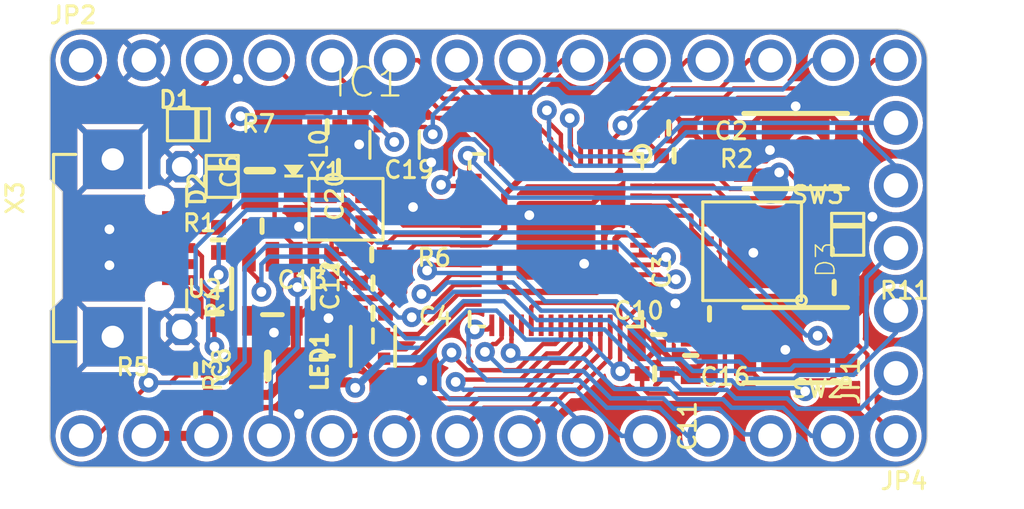
<source format=kicad_pcb>
(kicad_pcb (version 20221018) (generator pcbnew)
  (layers (0 "F.Cu" signal) (1 "In1.Cu" signal) (2 "In2.Cu" signal) (31 "B.Cu" signal) (34 "B.Paste" user) (35 "F.Paste" user) (36 "B.SilkS" user "B.Silkscreen") (37 "F.SilkS" user "F.Silkscreen") (38 "B.Mask" user) (39 "F.Mask" user) (44 "Edge.Cuts" user))
  (net 0 "")
  (net 1 "GND")
  (net 2 "MOSI")
  (net 3 "MISO")
  (net 4 "SCK")
  (net 5 "A3")
  (net 6 "A2")
  (net 7 "A1")
  (net 8 "D13")
  (net 9 "D4")
  (net 10 "+3V3")
  (net 11 "VBUS")
  (net 12 "VBAT")
  (net 13 "N$2")
  (net 14 "D3")
  (net 15 "A0")
  (net 16 "SCL")
  (net 17 "SDA")
  (net 18 "D11")
  (net 19 "D9")
  (net 20 "D5")
  (net 21 "D12")
  (net 22 "D+")
  (net 23 "D-")
  (net 24 "~{RESET}")
  (net 25 "SWCLK")
  (net 26 "SWDIO")
  (net 27 "EN")
  (net 28 "VHI")
  (net 29 "QSPI_DATA[0]")
  (net 30 "QSPI_DATA[1]")
  (net 31 "QSPI_SCK")
  (net 32 "QSPI_CS")
  (net 33 "QSPI_DATA[2]")
  (net 34 "QSPI_DATA[3]")
  (net 35 "D24")
  (net 36 "NEOPIX")
  (net 37 "NEO_PWR")
  (net 38 "1.2V")
  (net 39 "TX")
  (net 40 "RX")
  (net 41 "N$5")
  (net 42 "N$6")
  (net 43 "D25")
  (net 44 "N$7")
  (net 45 "USBBOOT")
  (net 46 "D2")
  (net 47 "D5_5V")
  (net 48 "N$1")
  (net 49 "N$3")
  (net 50 "D10")
  (net 51 "D7")
  (net 52 "N$4")
  (footprint "working:_0603MP" (layer "F.Cu") (at 156.6926 109.3597 -90)
    (fp_text reference "C11")
    (fp_text value "1uF")
  )
  (footprint "working:_0402NO" (layer "F.Cu") (at 157.4546 107.6706 180)
    (fp_text reference "C10")
    (fp_text value "0.1uF")
  )
  (footprint "working:QFN56_7MM_REDUCEDEPAD" (layer "F.Cu") (at 151.2316 104.6861 -90)
    (fp_text reference "IC3" hide)
    (fp_text value "RP2040_QFN56" hide)
  )
  (footprint "working:FIDUCIAL_1MM" (layer "F.Cu") (at 131.5303 110.7243 -90)
    (fp_text reference "U$35" hide)
    (fp_text value "FIDUCIAL_1MM" hide)
  )
  (footprint "working:SOD-323F" (layer "F.Cu") (at 163.0553 104.4448 90)
    (fp_text reference "D3")
    (fp_text value "NSR0320")
  )
  (footprint "working:_0402NO" (layer "F.Cu") (at 136.6266 109.9566 180)
    (fp_text reference "R5")
    (fp_text value "10K")
  )
  (footprint "working:_0402NO" (layer "F.Cu") (at 137.5537 104.6734 -90)
    (fp_text reference "R4")
    (fp_text value "22")
  )
  (footprint "working:0805-NO" (layer "F.Cu") (at 139.2282 101.8617 90)
    (fp_text reference "C6")
    (fp_text value "10µF")
  )
  (footprint "working:CHIPLED_0603_NOOUTLINE" (layer "F.Cu") (at 140.6036 101.876 180)
    (fp_text reference "L0")
    (fp_text value "RED")
  )
  (footprint "working:USON8_4X4" (layer "F.Cu") (at 159.1818 105.1306 180)
    (fp_text reference "U1" hide)
    (fp_text value "GD25x16" hide)
  )
  (footprint "working:1X14_ROUND70" (layer "F.Cu") (at 148.5011 112.6236 180)
    (fp_text reference "JP4")
    (fp_text value "")
  )
  (footprint "working:_0402NO" (layer "F.Cu") (at 156.0195 101.2571)
    (fp_text reference "R2")
    (fp_text value "10k")
  )
  (footprint "working:1X14_ROUND70" (layer "F.Cu") (at 148.5011 97.3836)
    (fp_text reference "JP2")
    (fp_text value "")
  )
  (footprint "working:_0402NO" (layer "F.Cu") (at 139.319 104.1146 180)
    (fp_text reference "R1")
    (fp_text value "10K")
  )
  (footprint "working:_0603MP" (layer "F.Cu") (at 155.8036 100.1268)
    (fp_text reference "C2")
    (fp_text value "1uF")
  )
  (footprint "working:SC70-5" (layer "F.Cu") (at 144.6911 100.8126)
    (fp_text reference "IC1")
    (fp_text value "74HCT1G125DBV")
  )
  (footprint "working:_0402NO" (layer "F.Cu") (at 142.1384 105.7529 90)
    (fp_text reference "C20")
    (fp_text value "22pF")
  )
  (footprint "working:_0402NO" (layer "F.Cu") (at 137.4521 107.6071 -90)
    (fp_text reference "R3")
    (fp_text value "22")
  )
  (footprint "working:_0402NO" (layer "F.Cu") (at 162.5092 106.6038)
    (fp_text reference "R11")
    (fp_text value "1K")
  )
  (footprint "working:ITSY2040_TOP" (layer "F.Cu") (at 130.7211 113.8936)
    (fp_text reference "U$4" hide)
    (fp_text value "" hide)
  )
  (footprint "working:0805-NO" (layer "F.Cu") (at 139.5511 109.7811 180)
    (fp_text reference "C8")
    (fp_text value "10µF")
  )
  (footprint "working:CRYSTAL_2.5X2" (layer "F.Cu") (at 142.7226 103.4288)
    (fp_text reference "Y1")
    (fp_text value "12MHZ")
  )
  (footprint "working:_0402NO" (layer "F.Cu") (at 155.3972 108.5088 90)
    (fp_text reference "C3")
    (fp_text value "0.1uF")
  )
  (footprint "working:_0402NO" (layer "F.Cu") (at 143.8148 107.6452)
    (fp_text reference "C4")
    (fp_text value "0.1uF")
  )
  (footprint "working:4UCONN_20329_NARROW" (layer "F.Cu") (at 135.1661 105.0036 -90)
    (fp_text reference "X3")
    (fp_text value "microUSB")
  )
  (footprint "working:BTN_KMR2_4.6X2.8" (layer "F.Cu") (at 160.9471 101.0666 180)
    (fp_text reference "SW3")
    (fp_text value "KMR2")
  )
  (footprint "working:SOT23-5" (layer "F.Cu") (at 139.7381 106.6546 180)
    (fp_text reference "U2")
    (fp_text value "AP2112K-3.3")
  )
  (footprint "working:FIDUCIAL_1MM" (layer "F.Cu") (at 161.3281 100.9396 -90)
    (fp_text reference "U$34" hide)
    (fp_text value "FIDUCIAL_1MM" hide)
  )
  (footprint "working:_0402NO" (layer "F.Cu") (at 143.764 105.2703)
    (fp_text reference "R6")
    (fp_text value "1K")
  )
  (footprint "working:_0402NO" (layer "F.Cu") (at 143.8148 106.426 180)
    (fp_text reference "C13")
    (fp_text value "0.1uF")
  )
  (footprint "working:SOD-323F" (layer "F.Cu") (at 136.3345 99.9998)
    (fp_text reference "D1")
    (fp_text value "NSR0320")
  )
  (footprint "working:1X05_ROUND_70" (layer "F.Cu") (at 165.0111 105.0036 90)
    (fp_text reference "JP1")
    (fp_text value "")
  )
  (footprint "working:SOD-323F" (layer "F.Cu") (at 137.7061 102.0953 90)
    (fp_text reference "D2")
    (fp_text value "NSR0320")
  )
  (footprint "working:SK6805_1515" (layer "F.Cu") (at 143.8148 108.9914 90)
    (fp_text reference "LED1")
    (fp_text value "WS2812B_SK6805_1515")
  )
  (footprint "working:_0402NO" (layer "F.Cu") (at 142.4178 101.7016)
    (fp_text reference "C19")
    (fp_text value "22pF")
  )
  (footprint "working:_0402NO" (layer "F.Cu") (at 155.2321 110.0963)
    (fp_text reference "C16")
    (fp_text value "0.1uF")
  )
  (footprint "working:BTN_KMR2_4.6X2.8" (layer "F.Cu") (at 160.9471 108.9406 180)
    (fp_text reference "SW2")
    (fp_text value "KMR2")
  )
  (footprint "working:_0402NO" (layer "F.Cu") (at 141.9606 109.3851 90)
    (fp_text reference "C12")
    (fp_text value "0.1uF")
  )
  (footprint "working:_0402NO" (layer "F.Cu") (at 141.9606 100.0887 180)
    (fp_text reference "R7")
    (fp_text value "1K")
  )
  (footprint "working:TESTPOINT_ROUND_1.5MM_NO" (layer "B.Cu") (at 159.9311 102.4636 180)
    (fp_text reference "TP1" hide)
    (fp_text value "" hide)
  )
  (footprint "working:ITSY2040_BOT" (layer "B.Cu") (at 166.2811 113.8936 180)
    (fp_text reference "U$5" hide)
    (fp_text value "" hide)
  )
  (gr_line (start 131.9911 113.8936) (end 165.0111 113.8936) (stroke (width 0.05)) (layer "Edge.Cuts"))
  (gr_line (start 131.2291 107.0356) (end 130.7211 107.5436) (stroke (width 0.05)) (layer "Edge.Cuts"))
  (gr_arc (start 165.0111 96.1136) (mid 165.909126 96.485574) (end 166.2811 97.3836) (stroke (width 0.05)) (layer "Edge.Cuts"))
  (gr_line (start 165.0111 96.1136) (end 131.9911 96.1136) (stroke (width 0.05)) (layer "Edge.Cuts"))
  (gr_line (start 130.7211 97.3836) (end 130.7211 102.2096) (stroke (width 0.05)) (layer "Edge.Cuts"))
  (gr_line (start 130.7211 107.5436) (end 130.7211 112.6236) (stroke (width 0.05)) (layer "Edge.Cuts"))
  (gr_arc (start 166.2811 112.6236) (mid 165.909126 113.521626) (end 165.0111 113.8936) (stroke (width 0.05)) (layer "Edge.Cuts"))
  (gr_arc (start 130.7211 97.3836) (mid 131.093074 96.485574) (end 131.9911 96.1136) (stroke (width 0.05)) (layer "Edge.Cuts"))
  (gr_line (start 130.7211 102.2096) (end 131.2291 102.7176) (stroke (width 0.05)) (layer "Edge.Cuts"))
  (gr_arc (start 131.9911 113.8936) (mid 131.093074 113.521626) (end 130.7211 112.6236) (stroke (width 0.05)) (layer "Edge.Cuts"))
  (gr_line (start 131.2291 102.7176) (end 131.2291 107.0356) (stroke (width 0.05)) (layer "Edge.Cuts"))
  (gr_line (start 166.2811 112.6236) (end 166.2811 97.3836) (stroke (width 0.05)) (layer "Edge.Cuts"))
  (segment (start 143.3648 109.4914) (end 143.3648 109.8495) (width 0.1778) (layer "F.Cu") (net 1))
  (segment (start 143.4719 111.3536) (end 141.1986 111.3536) (width 0.1778) (layer "F.Cu") (net 1))
  (segment (start 160.8478 104.1146) (end 159.5501 104.1146) (width 0.1778) (layer "F.Cu") (net 1))
  (segment (start 151.2316 104.6861) (end 151.4221 104.6861) (width 0.1778) (layer "F.Cu") (net 1))
  (segment (start 140.08735 107.25785) (end 140.1191 107.2896) (width 0.1778) (layer "F.Cu") (net 1))
  (segment (start 139.8016 108.3056) (end 139.8016 108.4326) (width 0.1778) (layer "F.Cu") (net 1))
  (segment (start 139.7381 105.3545) (end 139.7381 106.029169) (width 0.1778) (layer "F.Cu") (net 1))
  (segment (start 151.2316 104.6861) (end 151.1681 104.6861) (width 0.1778) (layer "F.Cu") (net 1))
  (segment (start 140.1191 107.9881) (end 139.8016 108.3056) (width 0.1778) (layer "F.Cu") (net 1))
  (segment (start 151.4221 104.6861) (end 152.3746 105.6386) (width 0.1778) (layer "F.Cu") (net 1))
  (segment (start 143.3648 109.8495) (end 143.763406 110.248107) (width 0.1778) (layer "F.Cu") (net 1))
  (segment (start 144.0411 101.983782) (end 145.397218 103.3399) (width 0.1778) (layer "F.Cu") (net 1))
  (segment (start 156.9466 107.6706) (end 157.2451 107.9691) (width 0.1524) (layer "F.Cu") (net 1))
  (segment (start 143.7513 111.0742) (end 143.4719 111.3536) (width 0.1778) (layer "F.Cu") (net 1))
  (segment (start 155.3972 109.7534) (end 155.3972 109.0168) (width 0.1778) (layer "F.Cu") (net 1))
  (segment (start 156.6926 110.1217) (end 156.6672 110.0963) (width 0.1778) (layer "F.Cu") (net 1))
  (segment (start 141.9098 101.7016) (end 141.5796 101.7016) (width 0.1778) (layer "F.Cu") (net 1))
  (segment (start 143.763406 110.949732) (end 143.7513 110.961838) (width 0.1778) (layer "F.Cu") (net 1))
  (segment (start 151.1681 104.6861) (end 150.1521 103.6701) (width 0.1778) (layer "F.Cu") (net 1))
  (segment (start 144.0411 101.6626) (end 144.0411 101.983782) (width 0.1778) (layer "F.Cu") (net 1))
  (segment (start 159.5501 104.1146) (end 159.1818 104.4829) (width 0.1778) (layer "F.Cu") (net 1))
  (segment (start 143.3648 109.4914) (end 142.8568 109.4914) (width 0.1778) (layer "F.Cu") (net 1))
  (segment (start 140.08735 106.378419) (end 140.08735 107.25785) (width 0.1778) (layer "F.Cu") (net 1))
  (segment (start 140.6552 102.626) (end 140.6036 102.626) (width 0.1778) (layer "F.Cu") (net 1))
  (segment (start 156.6672 110.0963) (end 155.7401 110.0963) (width 0.1778) (layer "F.Cu") (net 1))
  (segment (start 142.1384 106.2609) (end 142.3035 106.426) (width 0.1778) (layer "F.Cu") (net 1))
  (segment (start 140.1191 107.2896) (end 140.1191 107.9881) (width 0.1778) (layer "F.Cu") (net 1))
  (segment (start 143.3068 106.426) (end 142.3035 106.426) (width 0.1778) (layer "F.Cu") (net 1))
  (segment (start 142.8568 109.4914) (end 142.2425 108.8771) (width 0.1778) (layer "F.Cu") (net 1))
  (segment (start 141.1986 111.3536) (end 140.8176 111.7346) (width 0.1778) (layer "F.Cu") (net 1))
  (segment (start 157.248612 107.9691) (end 157.5181 108.238588) (width 0.1524) (layer "F.Cu") (net 1))
  (segment (start 141.5796 101.7016) (end 140.6552 102.626) (width 0.1778) (layer "F.Cu") (net 1))
  (segment (start 157.5181 108.238588) (end 157.5181 110.1217) (width 0.1524) (layer "F.Cu") (net 1))
  (segment (start 159.1818 104.4829) (end 159.1818 105.1306) (width 0.1778) (layer "F.Cu") (net 1))
  (segment (start 157.2451 107.9691) (end 157.248612 107.9691) (width 0.1524) (layer "F.Cu") (net 1))
  (segment (start 141.9606 108.8771) (end 142.2425 108.8771) (width 0.1778) (layer "F.Cu") (net 1))
  (segment (start 157.5181 110.1217) (end 156.6926 110.1217) (width 0.1524) (layer "F.Cu") (net 1))
  (segment (start 139.7381 106.029169) (end 140.08735 106.378419) (width 0.1778) (layer "F.Cu") (net 1))
  (segment (start 143.7513 110.961838) (end 143.7513 111.0742) (width 0.1778) (layer "F.Cu") (net 1))
  (segment (start 155.7401 110.0963) (end 155.3972 109.7534) (width 0.1778) (layer "F.Cu") (net 1))
  (segment (start 161.0318 103.9306) (end 160.8478 104.1146) (width 0.1778) (layer "F.Cu") (net 1))
  (segment (start 143.763406 110.248107) (end 143.763406 110.949732) (width 0.1778) (layer "F.Cu") (net 1))
  (segment (start 145.397218 103.3399) (end 145.4404 103.3399) (width 0.1778) (layer "F.Cu") (net 1))
  (via (at 133.1341 105.7021) (size 0.8001) (drill 0.3937) (layers "F.Cu" "B.Cu") (net 1))
  (via (at 142.0114 107.8484) (size 0.8001) (drill 0.3937) (layers "F.Cu" "B.Cu") (net 1))
  (via (at 139.8016 108.4326) (size 0.8001) (drill 0.3937) (layers "F.Cu" "B.Cu") (net 1))
  (via (at 133.1341 104.2416) (size 0.8001) (drill 0.3937) (layers "F.Cu" "B.Cu") (net 1))
  (via (at 146.177 101.5238) (size 0.8001) (drill 0.3937) (layers "F.Cu" "B.Cu") (net 1))
  (via (at 145.4404 103.3399) (size 0.8001) (drill 0.3937) (layers "F.Cu" "B.Cu") (net 1))
  (via (at 150.1521 103.6701) (size 0.8001) (drill 0.3937) (layers "F.Cu" "B.Cu") (net 1))
  (via (at 140.8176 111.7346) (size 0.8001) (drill 0.3937) (layers "F.Cu" "B.Cu") (net 1))
  (via (at 159.2326 105.1941) (size 0.8001) (drill 0.3937) (layers "F.Cu" "B.Cu") (net 1))
  (via (at 156.0703 107.2515) (size 0.8001) (drill 0.3937) (layers "F.Cu" "B.Cu") (net 1))
  (via (at 140.8176 104.14) (size 0.8001) (drill 0.3937) (layers "F.Cu" "B.Cu") (net 1))
  (via (at 138.3411 98.1456) (size 0.8001) (drill 0.3937) (layers "F.Cu" "B.Cu") (net 1))
  (via (at 159.9057 101.0285) (size 0.8001) (drill 0.3937) (layers "F.Cu" "B.Cu") (net 1))
  (via (at 143.256 100.7999) (size 0.8001) (drill 0.3937) (layers "F.Cu" "B.Cu") (net 1))
  (via (at 164.0586 103.7336) (size 0.8001) (drill 0.3937) (layers "F.Cu" "B.Cu") (net 1))
  (via (at 145.8087 110.3757) (size 0.8001) (drill 0.3937) (layers "F.Cu" "B.Cu") (net 1))
  (via (at 160.9471 99.2505) (size 0.8001) (drill 0.3937) (layers "F.Cu" "B.Cu") (net 1))
  (via (at 160.528 109.1311) (size 0.8001) (drill 0.3937) (layers "F.Cu" "B.Cu") (net 1))
  (via (at 152.3746 105.6386) (size 0.8001) (drill 0.3937) (layers "F.Cu" "B.Cu") (net 1))
  (segment (start 148.6706 108.89745) (end 148.3531 109.21495) (width 0.1778) (layer "F.Cu") (net 2))
  (segment (start 148.7976 108.89745) (end 148.6706 108.89745) (width 0.1778) (layer "F.Cu") (net 2))
  (segment (start 149.0316 108.66345) (end 148.7976 108.89745) (width 0.1778) (layer "F.Cu") (net 2))
  (segment (start 149.0316 108.1361) (end 149.0316 108.66345) (width 0.1778) (layer "F.Cu") (net 2))
  (via (at 148.3531 109.21495) (size 0.8001) (drill 0.3937) (layers "F.Cu" "B.Cu") (net 2))
  (segment (start 157.848768 111.5187) (end 158.890168 112.5601) (width 0.1778) (layer "B.Cu") (net 2))
  (segment (start 152.340987 109.98835) (end 153.452237 111.0996) (width 0.1778) (layer "B.Cu") (net 2))
  (segment (start 159.9311 112.5601) (end 159.9311 112.6236) (width 0.1778) (layer "B.Cu") (net 2))
  (segment (start 148.3531 109.21495) (end 148.362696 109.21495) (width 0.1778) (layer "B.Cu") (net 2))
  (segment (start 149.1361 109.98835) (end 152.340987 109.98835) (width 0.1778) (layer "B.Cu") (net 2))
  (segment (start 155.999518 111.5187) (end 157.848768 111.5187) (width 0.1778) (layer "B.Cu") (net 2))
  (segment (start 155.580418 111.0996) (end 155.999518 111.5187) (width 0.1778) (layer "B.Cu") (net 2))
  (segment (start 153.452237 111.0996) (end 155.580418 111.0996) (width 0.1778) (layer "B.Cu") (net 2))
  (segment (start 158.890168 112.5601) (end 159.9311 112.5601) (width 0.1778) (layer "B.Cu") (net 2))
  (segment (start 149.1361 109.98835) (end 148.362696 109.21495) (width 0.1778) (layer "B.Cu") (net 2))
  (segment (start 149.3945 109.263269) (end 149.428265 109.229504) (width 0.1778) (layer "F.Cu") (net 3))
  (segment (start 149.4316 108.1361) (end 149.4316 108.7076) (width 0.1778) (layer "F.Cu") (net 3))
  (segment (start 149.4316 108.7076) (end 149.428265 108.710935) (width 0.1778) (layer "F.Cu") (net 3))
  (segment (start 149.428265 108.710935) (end 149.428265 109.229504) (width 0.1778) (layer "F.Cu") (net 3))
  (via (at 149.3945 109.263269) (size 0.8001) (drill 0.3937) (layers "F.Cu" "B.Cu") (net 3))
  (segment (start 161.5821 112.6236) (end 160.4391 111.4806) (width 0.1778) (layer "B.Cu") (net 3))
  (segment (start 152.371806 109.48035) (end 153.610056 110.7186) (width 0.1778) (layer "B.Cu") (net 3))
  (segment (start 155.738237 110.7186) (end 156.157337 111.1377) (width 0.1778) (layer "B.Cu") (net 3))
  (segment (start 156.157337 111.1377) (end 158.006587 111.1377) (width 0.1778) (layer "B.Cu") (net 3))
  (segment (start 152.371806 109.48035) (end 149.611581 109.48035) (width 0.1778) (layer "B.Cu") (net 3))
  (segment (start 158.006587 111.1377) (end 158.349487 111.4806) (width 0.1778) (layer "B.Cu") (net 3))
  (segment (start 149.611581 109.48035) (end 149.3945 109.263269) (width 0.1778) (layer "B.Cu") (net 3))
  (segment (start 161.5821 112.6236) (end 162.4711 112.6236) (width 0.1778) (layer "B.Cu") (net 3))
  (segment (start 158.349487 111.4806) (end 160.4391 111.4806) (width 0.1778) (layer "B.Cu") (net 3))
  (segment (start 153.610056 110.7186) (end 155.738237 110.7186) (width 0.1778) (layer "B.Cu") (net 3))
  (segment (start 148.4621 108.3056) (end 147.94035 108.3056) (width 0.1778) (layer "F.Cu") (net 4))
  (segment (start 148.6316 108.1361) (end 148.4621 108.3056) (width 0.1778) (layer "F.Cu") (net 4))
  (via (at 147.94035 108.3056) (size 0.8001) (drill 0.3937) (layers "F.Cu" "B.Cu") (net 4))
  (segment (start 153.294418 111.4806) (end 155.4226 111.4806) (width 0.1778) (layer "B.Cu") (net 4))
  (segment (start 147.68635 109.6181) (end 147.68635 108.5596) (width 0.1778) (layer "B.Cu") (net 4))
  (segment (start 156.5656 112.6236) (end 157.3911 112.6236) (width 0.1778) (layer "B.Cu") (net 4))
  (segment (start 147.68635 108.5596) (end 147.94035 108.3056) (width 0.1778) (layer "B.Cu") (net 4))
  (segment (start 148.4376 110.36935) (end 152.183168 110.36935) (width 0.1778) (layer "B.Cu") (net 4))
  (segment (start 152.183168 110.36935) (end 153.294418 111.4806) (width 0.1778) (layer "B.Cu") (net 4))
  (segment (start 156.5656 112.6236) (end 155.4226 111.4806) (width 0.1778) (layer "B.Cu") (net 4))
  (segment (start 147.68635 109.6181) (end 148.4376 110.36935) (width 0.1778) (layer "B.Cu") (net 4))
  (segment (start 149.8981 112.6236) (end 149.7711 112.6236) (width 0.1778) (layer "F.Cu") (net 5))
  (segment (start 151.7186 110.8031) (end 149.8981 112.6236) (width 0.1778) (layer "F.Cu") (net 5))
  (segment (start 153.431596 108.3056) (end 153.431596 109.438004) (width 0.1778) (layer "F.Cu") (net 5))
  (segment (start 153.431596 108.136104) (end 153.431596 108.3056) (width 0.1778) (layer "F.Cu") (net 5))
  (segment (start 153.4316 108.1361) (end 153.431596 108.136104) (width 0.1778) (layer "F.Cu") (net 5))
  (segment (start 152.0665 110.8031) (end 151.7186 110.8031) (width 0.1778) (layer "F.Cu") (net 5))
  (segment (start 153.431596 109.438004) (end 152.0665 110.8031) (width 0.1778) (layer "F.Cu") (net 5))
  (segment (start 151.874137 110.4221) (end 153.0316 109.264638) (width 0.1778) (layer "F.Cu") (net 6))
  (segment (start 148.3106 111.4806) (end 147.3581 112.4331) (width 0.1778) (layer "F.Cu") (net 6))
  (segment (start 151.335737 110.4221) (end 151.874137 110.4221) (width 0.1778) (layer "F.Cu") (net 6))
  (segment (start 148.3106 111.4806) (end 150.277237 111.4806) (width 0.1778) (layer "F.Cu") (net 6))
  (segment (start 153.0316 109.264638) (end 153.0316 108.1361) (width 0.1778) (layer "F.Cu") (net 6))
  (segment (start 150.277237 111.4806) (end 151.335737 110.4221) (width 0.1778) (layer "F.Cu") (net 6))
  (segment (start 147.3581 112.4331) (end 147.3581 112.4966) (width 0.1778) (layer "F.Cu") (net 6))
  (segment (start 147.2311 112.6236) (end 147.3581 112.4966) (width 0.1778) (layer "F.Cu") (net 6))
  (segment (start 148.1201 111.0996) (end 147.7391 111.4806) (width 0.1778) (layer "F.Cu") (net 7))
  (segment (start 152.6316 108.1361) (end 152.6316 109.125819) (width 0.1778) (layer "F.Cu") (net 7))
  (segment (start 147.7391 111.4806) (end 145.7071 111.4806) (width 0.1778) (layer "F.Cu") (net 7))
  (segment (start 148.1201 111.0996) (end 150.119418 111.0996) (width 0.1778) (layer "F.Cu") (net 7))
  (segment (start 150.119418 111.0996) (end 151.177918 110.0411) (width 0.1778) (layer "F.Cu") (net 7))
  (segment (start 144.6911 112.6236) (end 144.8181 112.4966) (width 0.1778) (layer "F.Cu") (net 7))
  (segment (start 144.8181 112.3696) (end 144.8181 112.4966) (width 0.1778) (layer "F.Cu") (net 7))
  (segment (start 145.7071 111.4806) (end 144.8181 112.3696) (width 0.1778) (layer "F.Cu") (net 7))
  (segment (start 151.177918 110.0411) (end 151.716318 110.0411) (width 0.1778) (layer "F.Cu") (net 7))
  (segment (start 152.6316 109.125819) (end 151.716318 110.0411) (width 0.1778) (layer "F.Cu") (net 7))
  (segment (start 146.0246 98.9076) (end 142.4686 98.9076) (width 0.1778) (layer "F.Cu") (net 8))
  (segment (start 147.0524 99.3394) (end 146.4564 99.3394) (width 0.1778) (layer "F.Cu") (net 8))
  (segment (start 142.4686 100.0887) (end 142.4686 98.9076) (width 0.1778) (layer "F.Cu") (net 8))
  (segment (start 146.4564 99.3394) (end 146.0246 98.9076) (width 0.1778) (layer "F.Cu") (net 8))
  (segment (start 141.1351 98.9076) (end 141.8336 98.9076) (width 0.1778) (layer "F.Cu") (net 8))
  (segment (start 148.6316 100.9186) (end 147.0524 99.3394) (width 0.1778) (layer "F.Cu") (net 8))
  (segment (start 139.6111 97.3836) (end 141.1351 98.9076) (width 0.1778) (layer "F.Cu") (net 8))
  (segment (start 141.9606 98.9076) (end 142.4686 98.9076) (width 0.1778) (layer "F.Cu") (net 8))
  (segment (start 141.8336 98.9076) (end 141.9606 98.9076) (width 0.1778) (layer "F.Cu") (net 8))
  (segment (start 148.6316 100.9186) (end 148.6316 101.2361) (width 0.1778) (layer "F.Cu") (net 8))
  (segment (start 151.8316 99.7743) (end 151.7904 99.7331) (width 0.1778) (layer "F.Cu") (net 9))
  (segment (start 151.8316 101.2361) (end 151.8316 99.7743) (width 0.1778) (layer "F.Cu") (net 9))
  (via (at 151.7904 99.7331) (size 0.8001) (drill 0.3937) (layers "F.Cu" "B.Cu") (net 9))
  (segment (start 152.1714 101.282838) (end 155.0035 101.282838) (width 0.1778) (layer "B.Cu") (net 9))
  (segment (start 151.7904 99.7331) (end 151.7904 100.901838) (width 0.1778) (layer "B.Cu") (net 9))
  (segment (start 152.1714 101.282838) (end 151.7904 100.901838) (width 0.1778) (layer "B.Cu") (net 9))
  (segment (start 156.362737 99.9236) (end 155.0035 101.282838) (width 0.1778) (layer "B.Cu") (net 9))
  (segment (start 165.0111 99.9236) (end 156.362737 99.9236) (width 0.1778) (layer "B.Cu") (net 9))
  (segment (start 154.7241 110.0963) (end 154.62885 110.00105) (width 0.1778) (layer "F.Cu") (net 10))
  (segment (start 154.6816 104.8861) (end 154.6816 105.2861) (width 0.1778) (layer "F.Cu") (net 10))
  (segment (start 157.1667 106.3306) (end 156.3666 105.5305) (width 0.1778) (layer "F.Cu") (net 10))
  (segment (start 143.9545 107.0356) (end 141.6072 107.0356) (width 0.254) (layer "F.Cu") (net 10))
  (segment (start 153.8316 101.2361) (end 154.1491 101.2361) (width 0.1778) (layer "F.Cu") (net 10))
  (segment (start 156.3666 104.955469) (end 155.970231 104.5591) (width 0.1778) (layer "F.Cu") (net 10))
  (segment (start 154.8765 100.2919) (end 155.0416 100.1268) (width 0.1778) (layer "F.Cu") (net 10))
  (segment (start 140.5011 109.7811) (end 140.5011 110.0826) (width 0.254) (layer "F.Cu") (net 10))
  (segment (start 154.9781 110.9091) (end 157.6705 110.9091) (width 0.1778) (layer "F.Cu") (net 10))
  (segment (start 153.5811 107.2261) (end 153.8316 107.4766) (width 0.1778) (layer "F.Cu") (net 10))
  (segment (start 150.4061 107.2261) (end 153.5811 107.2261) (width 0.1778) (layer "F.Cu") (net 10))
  (segment (start 154.62885 110.00105) (end 153.840437 110.00105) (width 0.1778) (layer "F.Cu") (net 10))
  (segment (start 140.6271 109.8931) (end 140.6201 109.9001) (width 0.1778) (layer "F.Cu") (net 10))
  (segment (start 154.6816 106.8861) (end 154.6816 107.2861) (width 0.1778) (layer "F.Cu") (net 10))
  (segment (start 154.7241 110.6551) (end 154.9781 110.9091) (width 0.1778) (layer "F.Cu") (net 10))
  (segment (start 140.6881 109.7001) (end 140.6906 109.7026) (width 0.1778) (layer "F.Cu") (net 10))
  (segment (start 137.1346 110.9599) (end 137.1346 112.5601) (width 0.4064) (layer "F.Cu") (net 10))
  (segment (start 146.9486 104.8481) (end 145.544368 104.8481) (width 0.1778) (layer "F.Cu") (net 10))
  (segment (start 140.6906 109.7026) (end 140.5011 109.7026) (width 0.1778) (layer "F.Cu") (net 10))
  (segment (start 139.6238 110.9599) (end 137.1346 110.9599) (width 0.4064) (layer "F.Cu") (net 10))
  (segment (start 140.5011 109.7811) (end 140.5011 109.7026) (width 0.1778) (layer "F.Cu") (net 10))
  (segment (start 155.542 104.5591) (end 155.215 104.8861) (width 0.1778) (layer "F.Cu") (net 10))
  (segment (start 154.8765 100.6221) (end 154.8765 100.2919) (width 0.1778) (layer "F.Cu") (net 10))
  (segment (start 150.2316 107.4006) (end 150.4061 107.2261) (width 0.1778) (layer "F.Cu") (net 10))
  (segment (start 158.0788 107.6452) (end 158.0788 110.5008) (width 0.1778) (layer "F.Cu") (net 10))
  (segment (start 147.7816 104.8861) (end 146.9866 104.8861) (width 0.1778) (layer "F.Cu") (net 10))
  (segment (start 156.3666 104.955469) (end 156.3666 105.5305) (width 0.1778) (layer "F.Cu") (net 10))
  (segment (start 141.9606 109.8931) (end 141.9606 109.931194) (width 0.254) (layer "F.Cu") (net 10))
  (segment (start 144.9578 105.434669) (end 144.9578 105.791) (width 0.1778) (layer "F.Cu") (net 10))
  (segment (start 140.5011 110.0826) (end 139.6238 110.9599) (width 0.4064) (layer "F.Cu") (net 10))
  (segment (start 137.1346 109.9566) (end 137.1346 110.9599) (width 0.4064) (layer "F.Cu") (net 10))
  (segment (start 157.6705 110.9091) (end 158.0788 110.5008) (width 0.1778) (layer "F.Cu") (net 10))
  (segment (start 158.0788 107.1538) (end 158.0788 107.6452) (width 0.1778) (layer "F.Cu") (net 10))
  (segment (start 145.544368 104.8481) (end 144.9578 105.434669) (width 0.1778) (layer "F.Cu") (net 10))
  (segment (start 150.2316 101.2361) (end 150.2316 102.0793) (width 0.1778) (layer "F.Cu") (net 10))
  (segment (start 142.481303 110.451897) (end 141.9606 109.931194) (width 0.4064) (layer "F.Cu") (net 10))
  (segment (start 141.6072 107.0356) (end 140.6881 107.9547) (width 0.254) (layer "F.Cu") (net 10))
  (segment (start 153.8316 101.2361) (end 153.8316 101.8956) (width 0.1778) (layer "F.Cu") (net 10))
  (segment (start 142.874996 110.451897) (end 142.481303 110.451897) (width 0.4064) (layer "F.Cu") (net 10))
  (segment (start 154.1491 101.2361) (end 155.0416 100.3436) (width 0.1778) (layer "F.Cu") (net 10))
  (segment (start 157.3318 106.3306) (end 157.3318 106.4068) (width 0.1778) (layer "F.Cu") (net 10))
  (segment (start 150.2316 102.0793) (end 150.2283 102.0826) (width 0.1778) (layer "F.Cu") (net 10))
  (segment (start 140.6881 107.9547) (end 140.6881 109.7001) (width 0.4064) (layer "F.Cu") (net 10))
  (segment (start 150.2283 102.0826) (end 153.6446 102.0826) (width 0.254) (layer "F.Cu") (net 10))
  (segment (start 155.970231 104.5591) (end 155.542 104.5591) (width 0.1778) (layer "F.Cu") (net 10))
  (segment (start 153.8316 108.1361) (end 154.6816 107.2861) (width 0.1778) (layer "F.Cu") (net 10))
  (segment (start 137.0711 112.6236) (end 134.5311 112.6236) (width 0.4064) (layer "F.Cu") (net 10))
  (segment (start 140.5011 109.7811) (end 140.6201 109.9001) (width 0.254) (layer "F.Cu") (net 10))
  (segment (start 146.9866 104.8861) (end 146.9486 104.8481) (width 0.1778) (layer "F.Cu") (net 10))
  (segment (start 150.2316 108.1361) (end 150.2316 107.4006) (width 0.1778) (layer "F.Cu") (net 10))
  (segment (start 137.1346 112.5601) (end 137.0711 112.6236) (width 0.254) (layer "F.Cu") (net 10))
  (segment (start 154.6816 104.8861) (end 155.215 104.8861) (width 0.1778) (layer "F.Cu") (net 10))
  (segment (start 157.3318 106.3306) (end 157.1667 106.3306) (width 0.1778) (layer "F.Cu") (net 10))
  (segment (start 148.543868 104.8163) (end 149.1361 104.224069) (width 0.254) (layer "F.Cu") (net 10))
  (segment (start 144.3228 106.426) (end 144.3228 106.6673) (width 0.254) (layer "F.Cu") (net 10))
  (segment (start 147.7816 104.8861) (end 148.442 104.8861) (width 0.1778) (layer "F.Cu") (net 10))
  (segment (start 154.7241 110.0963) (end 154.7241 110.6551) (width 0.1778) (layer "F.Cu") (net 10))
  (segment (start 155.5115 101.2571) (end 154.8765 100.6221) (width 0.1524) (layer "F.Cu") (net 10))
  (segment (start 158.0788 107.1538) (end 157.3318 106.4068) (width 0.1778) (layer "F.Cu") (net 10))
  (segment (start 153.8316 101.8956) (end 153.6446 102.0826) (width 0.254) (layer "F.Cu") (net 10))
  (segment (start 149.1361 102.8446) (end 149.8981 102.0826) (width 0.254) (layer "F.Cu") (net 10))
  (segment (start 148.5118 104.8163) (end 148.442 104.8861) (width 0.1778) (layer "F.Cu") (net 10))
  (segment (start 144.9578 105.791) (end 144.3228 106.426) (width 0.1778) (layer "F.Cu") (net 10))
  (segment (start 155.0416 100.1268) (end 155.0416 100.3436) (width 0.1778) (layer "F.Cu") (net 10))
  (segment (start 153.8316 108.1361) (end 153.8316 109.992213) (width 0.1778) (layer "F.Cu") (net 10))
  (segment (start 141.9606 109.8931) (end 140.6271 109.8931) (width 0.4064) (layer "F.Cu") (net 10))
  (segment (start 153.8316 107.4766) (end 153.8316 108.1361) (width 0.1778) (layer "F.Cu") (net 10))
  (segment (start 149.1361 104.224069) (end 149.1361 102.8446) (width 0.254) (layer "F.Cu") (net 10))
  (segment (start 153.8316 109.992213) (end 153.840437 110.00105) (width 0.1778) (layer "F.Cu") (net 10))
  (segment (start 144.3228 106.6673) (end 143.9545 107.0356) (width 0.254) (layer "F.Cu") (net 10))
  (segment (start 157.988 107.6452) (end 158.0788 107.6452) (width 0.1524) (layer "F.Cu") (net 10))
  (segment (start 149.8981 102.0826) (end 150.2283 102.0826) (width 0.254) (layer "F.Cu") (net 10))
  (segment (start 157.9626 107.6706) (end 157.988 107.6452) (width 0.1524) (layer "F.Cu") (net 10))
  (segment (start 148.5118 104.8163) (end 148.543868 104.8163) (width 0.1778) (layer "F.Cu") (net 10))
  (segment (start 143.096653 110.673554) (end 142.874996 110.451897) (width 0.4064) (layer "F.Cu") (net 10))
  (via (at 143.096653 110.673554) (size 0.8001) (drill 0.3937) (layers "F.Cu" "B.Cu") (net 10))
  (via (at 153.840437 110.00105) (size 0.8001) (drill 0.3937) (layers "F.Cu" "B.Cu") (net 10))
  (segment (start 153.840437 110.00105) (end 153.751537 110.00105) (width 0.1778) (layer "B.Cu") (net 10))
  (segment (start 148.824918 107.54035) (end 147.636518 107.54035) (width 0.1778) (layer "B.Cu") (net 10))
  (segment (start 152.468837 108.71835) (end 150.002918 108.71835) (width 0.1778) (layer "B.Cu") (net 10))
  (segment (start 144.277753 109.492454) (end 143.096653 110.673554) (width 0.3048) (layer "B.Cu") (net 10))
  (segment (start 153.751537 110.00105) (end 152.468837 108.71835) (width 0.1778) (layer "B.Cu") (net 10))
  (segment (start 147.636518 107.54035) (end 145.684415 109.492454) (width 0.1778) (layer "B.Cu") (net 10))
  (segment (start 145.684415 109.492454) (end 144.277753 109.492454) (width 0.3048) (layer "B.Cu") (net 10))
  (segment (start 150.002918 108.71835) (end 148.824918 107.54035) (width 0.1778) (layer "B.Cu") (net 10))
  (segment (start 137.7061 103.0953) (end 136.8679 103.0953) (width 0.1778) (layer "F.Cu") (net 11))
  (segment (start 137.0711 98.2726) (end 136.2456 99.0981) (width 0.1778) (layer "F.Cu") (net 11))
  (segment (start 136.2596 103.7036) (end 135.9411 103.7036) (width 0.1778) (layer "F.Cu") (net 11))
  (segment (start 137.7061 103.0953) (end 137.7061 102.0666) (width 0.1778) (layer "F.Cu") (net 11))
  (segment (start 136.2456 99.0981) (end 136.2456 100.581032) (width 0.1778) (layer "F.Cu") (net 11))
  (segment (start 137.0711 97.3836) (end 137.0711 98.2726) (width 0.1778) (layer "F.Cu") (net 11))
  (segment (start 137.7061 102.0666) (end 137.0394 102.0666) (width 0.1778) (layer "F.Cu") (net 11))
  (segment (start 136.2456 100.581032) (end 137.0394 101.374832) (width 0.1778) (layer "F.Cu") (net 11))
  (segment (start 137.0394 101.374832) (end 137.0394 102.0666) (width 0.1778) (layer "F.Cu") (net 11))
  (segment (start 136.8679 103.0953) (end 136.2596 103.7036) (width 0.1778) (layer "F.Cu") (net 11))
  (segment (start 134.3693 99.0346) (end 135.3345 99.9998) (width 0.1778) (layer "F.Cu") (net 12))
  (segment (start 131.9911 97.3836) (end 133.6421 99.0346) (width 0.1778) (layer "F.Cu") (net 12))
  (segment (start 133.6421 99.0346) (end 134.3693 99.0346) (width 0.1778) (layer "F.Cu") (net 12))
  (segment (start 141.4526 100.0887) (end 141.4526 100.277) (width 0.1778) (layer "F.Cu") (net 13))
  (segment (start 141.4526 100.277) (end 140.6036 101.126) (width 0.1778) (layer "F.Cu") (net 13))
  (segment (start 150.949 99.501638) (end 150.8633 99.415938) (width 0.1778) (layer "F.Cu") (net 14))
  (segment (start 150.949 99.501638) (end 150.949 99.9153) (width 0.1778) (layer "F.Cu") (net 14))
  (segment (start 151.4316 100.3979) (end 150.949 99.9153) (width 0.1778) (layer "F.Cu") (net 14))
  (segment (start 151.4316 101.2361) (end 151.4316 100.3979) (width 0.1778) (layer "F.Cu") (net 14))
  (via (at 150.8633 99.415938) (size 0.8001) (drill 0.3937) (layers "F.Cu" "B.Cu") (net 14))
  (segment (start 156.520556 100.3046) (end 163.6141 100.3046) (width 0.1778) (layer "B.Cu") (net 14))
  (segment (start 155.161318 101.663838) (end 156.520556 100.3046) (width 0.1778) (layer "B.Cu") (net 14))
  (segment (start 150.9522 100.602457) (end 152.013581 101.663838) (width 0.1778) (layer "B.Cu") (net 14))
  (segment (start 165.0111 102.4636) (end 165.0111 101.7016) (width 0.1778) (layer "B.Cu") (net 14))
  (segment (start 150.9522 99.504838) (end 150.9522 100.602457) (width 0.1778) (layer "B.Cu") (net 14))
  (segment (start 150.8633 99.415938) (end 150.9522 99.504838) (width 0.1778) (layer "B.Cu") (net 14))
  (segment (start 163.6141 100.3046) (end 165.0111 101.7016) (width 0.1778) (layer "B.Cu") (net 14))
  (segment (start 152.013581 101.663838) (end 155.161318 101.663838) (width 0.1778) (layer "B.Cu") (net 14))
  (segment (start 151.5585 109.6601) (end 151.0201 109.6601) (width 0.1778) (layer "F.Cu") (net 15))
  (segment (start 151.0201 109.6601) (end 149.9616 110.7186) (width 0.1778) (layer "F.Cu") (net 15))
  (segment (start 145.542 111.0996) (end 145.161 111.4806) (width 0.1778) (layer "F.Cu") (net 15))
  (segment (start 152.2316 108.987) (end 151.5585 109.6601) (width 0.1778) (layer "F.Cu") (net 15))
  (segment (start 145.161 111.4806) (end 144.2593 111.4806) (width 0.1778) (layer "F.Cu") (net 15))
  (segment (start 142.1511 112.6236) (end 143.1163 112.6236) (width 0.1778) (layer "F.Cu") (net 15))
  (segment (start 144.2593 111.4806) (end 143.1163 112.6236) (width 0.1778) (layer "F.Cu") (net 15))
  (segment (start 147.9296 110.7186) (end 147.5486 111.0996) (width 0.1778) (layer "F.Cu") (net 15))
  (segment (start 152.2316 108.1361) (end 152.2316 108.987) (width 0.1778) (layer "F.Cu") (net 15))
  (segment (start 147.9296 110.7186) (end 149.9616 110.7186) (width 0.1778) (layer "F.Cu") (net 15))
  (segment (start 147.5486 111.0996) (end 145.542 111.0996) (width 0.1778) (layer "F.Cu") (net 15))
  (segment (start 156.540668 97.3836) (end 157.3911 97.3836) (width 0.1778) (layer "F.Cu") (net 16))
  (segment (start 152.4602 99.3808) (end 153.289 98.552) (width 0.1778) (layer "F.Cu") (net 16))
  (segment (start 152.4602 100.0169) (end 152.2316 100.2455) (width 0.1778) (layer "F.Cu") (net 16))
  (segment (start 152.2316 101.2361) (end 152.2316 100.2455) (width 0.1778) (layer "F.Cu") (net 16))
  (segment (start 155.372268 98.552) (end 156.540668 97.3836) (width 0.1778) (layer "F.Cu") (net 16))
  (segment (start 153.289 98.552) (end 155.372268 98.552) (width 0.1778) (layer "F.Cu") (net 16))
  (segment (start 152.4602 99.3808) (end 152.4602 100.0169) (width 0.1778) (layer "F.Cu") (net 16))
  (segment (start 152.8602 100.1693) (end 152.6316 100.3979) (width 0.1778) (layer "F.Cu") (net 17))
  (segment (start 152.8602 99.5269) (end 152.8602 100.1693) (width 0.1778) (layer "F.Cu") (net 17))
  (segment (start 155.936487 98.5266) (end 157.8991 98.5266) (width 0.1778) (layer "F.Cu") (net 17))
  (segment (start 159.0421 97.3836) (end 159.9311 97.3836) (width 0.1778) (layer "F.Cu") (net 17))
  (segment (start 153.4541 98.933) (end 155.530087 98.933) (width 0.1778) (layer "F.Cu") (net 17))
  (segment (start 155.530087 98.933) (end 155.936487 98.5266) (width 0.1778) (layer "F.Cu") (net 17))
  (segment (start 157.8991 98.5266) (end 159.0421 97.3836) (width 0.1778) (layer "F.Cu") (net 17))
  (segment (start 152.6316 101.2361) (end 152.6316 100.3979) (width 0.1778) (layer "F.Cu") (net 17))
  (segment (start 152.8602 99.5269) (end 153.4541 98.933) (width 0.1778) (layer "F.Cu") (net 17))
  (segment (start 145.6436 97.3836) (end 144.6911 97.3836) (width 0.1778) (layer "F.Cu") (net 18))
  (segment (start 146.812 98.552) (end 145.6436 97.3836) (width 0.1778) (layer "F.Cu") (net 18))
  (segment (start 149.414462 100.550913) (end 147.41555 98.552) (width 0.1778) (layer "F.Cu") (net 18))
  (segment (start 146.812 98.552) (end 147.41555 98.552) (width 0.1778) (layer "F.Cu") (net 18))
  (segment (start 149.414462 101.218963) (end 149.414462 100.550913) (width 0.1778) (layer "F.Cu") (net 18))
  (segment (start 149.4316 101.2361) (end 149.414462 101.218963) (width 0.1778) (layer "F.Cu") (net 18))
  (segment (start 149.7711 97.3836) (end 149.7965 97.409) (width 0.1778) (layer "F.Cu") (net 19))
  (segment (start 150.5983 100.688132) (end 150.5983 100.6967) (width 0.1778) (layer "F.Cu") (net 19))
  (segment (start 150.1936 100.228875) (end 149.7965 99.831775) (width 0.1778) (layer "F.Cu") (net 19))
  (segment (start 150.1936 100.228875) (end 150.1936 100.283432) (width 0.1778) (layer "F.Cu") (net 19))
  (segment (start 150.6126 101.2171) (end 150.6126 100.711) (width 0.1778) (layer "F.Cu") (net 19))
  (segment (start 150.5983 100.6967) (end 150.6126 100.711) (width 0.1778) (layer "F.Cu") (net 19))
  (segment (start 149.7965 97.409) (end 149.7965 99.831775) (width 0.1778) (layer "F.Cu") (net 19))
  (segment (start 150.6316 101.2361) (end 150.6126 101.2171) (width 0.1778) (layer "F.Cu") (net 19))
  (segment (start 150.1936 100.283432) (end 150.5983 100.688132) (width 0.1778) (layer "F.Cu") (net 19))
  (segment (start 147.1261 102.8861) (end 147.7816 102.8861) (width 0.1778) (layer "F.Cu") (net 20))
  (segment (start 144.6911 102.0191) (end 144.6911 101.6626) (width 0.1778) (layer "F.Cu") (net 20))
  (segment (start 145.786181 102.5906) (end 146.299568 103.103988) (width 0.1778) (layer "F.Cu") (net 20))
  (segment (start 146.908212 103.103988) (end 147.1261 102.8861) (width 0.1778) (layer "F.Cu") (net 20))
  (segment (start 146.299568 103.103988) (end 146.908212 103.103988) (width 0.1778) (layer "F.Cu") (net 20))
  (segment (start 145.2626 102.5906) (end 144.6911 102.0191) (width 0.1778) (layer "F.Cu") (net 20))
  (segment (start 145.2626 102.5906) (end 145.786181 102.5906) (width 0.1778) (layer "F.Cu") (net 20))
  (segment (start 142.1511 97.3836) (end 142.1511 97.7646) (width 0.1778) (layer "F.Cu") (net 21))
  (segment (start 149.0316 100.7236) (end 149.0316 101.2361) (width 0.1778) (layer "F.Cu") (net 21))
  (segment (start 142.9131 98.5266) (end 146.245918 98.5266) (width 0.1778) (layer "F.Cu") (net 21))
  (segment (start 148.9983 100.6903) (end 149.0316 100.7236) (width 0.1778) (layer "F.Cu") (net 21))
  (segment (start 147.255868 98.9457) (end 146.665018 98.9457) (width 0.1778) (layer "F.Cu") (net 21))
  (segment (start 142.1511 97.7646) (end 142.9131 98.5266) (width 0.1778) (layer "F.Cu") (net 21))
  (segment (start 148.9983 100.6903) (end 148.9983 100.688132) (width 0.1778) (layer "F.Cu") (net 21))
  (segment (start 146.245918 98.5266) (end 146.665018 98.9457) (width 0.1778) (layer "F.Cu") (net 21))
  (segment (start 148.9983 100.688132) (end 147.255868 98.9457) (width 0.1778) (layer "F.Cu") (net 21))
  (segment (start 137.3886 108.1786) (end 137.3886 109.00575) (width 0.1778) (layer "F.Cu") (net 22))
  (segment (start 155.69715 105.36865) (end 155.3797 105.6861) (width 0.1778) (layer "F.Cu") (net 22))
  (segment (start 137.4521 108.1151) (end 137.3886 108.1786) (width 0.1778) (layer "F.Cu") (net 22))
  (segment (start 155.3797 105.6861) (end 154.6816 105.6861) (width 0.1778) (layer "F.Cu") (net 22))
  (via (at 137.3886 109.00575) (size 0.8001) (drill 0.3937) (layers "F.Cu" "B.Cu") (net 22))
  (via (at 155.69715 105.36865) (size 0.8001) (drill 0.3937) (layers "F.Cu" "B.Cu") (net 22))
  (segment (start 144.1323 104.3686) (end 154.089787 104.3686) (width 0.1778) (layer "B.Cu") (net 22))
  (segment (start 138.562418 103.0478) (end 136.6288 104.981419) (width 0.1778) (layer "B.Cu") (net 22))
  (segment (start 136.6288 104.981419) (end 136.6288 106.549782) (width 0.1778) (layer "B.Cu") (net 22))
  (segment (start 136.6288 106.549782) (end 137.1346 107.055582) (width 0.1778) (layer "B.Cu") (net 22))
  (segment (start 142.8115 103.0478) (end 138.562418 103.0478) (width 0.1778) (layer "B.Cu") (net 22))
  (segment (start 137.3886 109.00575) (end 137.1346 108.75175) (width 0.1778) (layer "B.Cu") (net 22))
  (segment (start 142.8115 103.0478) (end 144.1323 104.3686) (width 0.1778) (layer "B.Cu") (net 22))
  (segment (start 155.69715 105.36865) (end 155.089837 105.36865) (width 0.1778) (layer "B.Cu") (net 22))
  (segment (start 154.089787 104.3686) (end 155.089837 105.36865) (width 0.1778) (layer "B.Cu") (net 22))
  (segment (start 137.1346 107.055582) (end 137.1346 108.75175) (width 0.1778) (layer "B.Cu") (net 22))
  (segment (start 155.579718 106.27035) (end 155.395468 106.0861) (width 0.1778) (layer "F.Cu") (net 23))
  (segment (start 154.6816 106.0861) (end 155.395468 106.0861) (width 0.1778) (layer "F.Cu") (net 23))
  (segment (start 137.56225 106.0831) (end 137.5537 106.07455) (width 0.1778) (layer "F.Cu") (net 23))
  (segment (start 137.5537 105.1814) (end 137.5537 106.07455) (width 0.1778) (layer "F.Cu") (net 23))
  (segment (start 156.0957 106.27035) (end 155.579718 106.27035) (width 0.1778) (layer "F.Cu") (net 23))
  (via (at 137.56225 106.0831) (size 0.8001) (drill 0.3937) (layers "F.Cu" "B.Cu") (net 23))
  (via (at 156.0957 106.27035) (size 0.8001) (drill 0.3937) (layers "F.Cu" "B.Cu") (net 23))
  (segment (start 153.766868 104.775) (end 155.262218 106.27035) (width 0.1778) (layer "B.Cu") (net 23))
  (segment (start 142.679081 103.4542) (end 143.999881 104.775) (width 0.1778) (layer "B.Cu") (net 23))
  (segment (start 143.999881 104.775) (end 153.766868 104.775) (width 0.1778) (layer "B.Cu") (net 23))
  (segment (start 138.694837 103.4542) (end 142.679081 103.4542) (width 0.1778) (layer "B.Cu") (net 23))
  (segment (start 155.262218 106.27035) (end 156.0957 106.27035) (width 0.1778) (layer "B.Cu") (net 23))
  (segment (start 137.56225 106.0831) (end 137.56225 104.586788) (width 0.1778) (layer "B.Cu") (net 23))
  (segment (start 137.56225 104.586788) (end 138.694837 103.4542) (width 0.1778) (layer "B.Cu") (net 23))
  (segment (start 158.8971 109.7406) (end 159.5321 110.3756) (width 0.1778) (layer "F.Cu") (net 24))
  (segment (start 161.3281 110.3756) (end 159.5321 110.3756) (width 0.1778) (layer "F.Cu") (net 24))
  (segment (start 145.790562 107.810319) (end 145.38645 107.810319) (width 0.1778) (layer "F.Cu") (net 24))
  (segment (start 162.3621 110.3756) (end 162.9971 109.7406) (width 0.1778) (layer "F.Cu") (net 24))
  (segment (start 161.3281 110.809379) (end 161.3281 110.3756) (width 0.1778) (layer "F.Cu") (net 24))
  (segment (start 134.7216 110.5281) (end 132.6261 112.6236) (width 0.1778) (layer "F.Cu") (net 24))
  (segment (start 147.7816 106.4861) (end 147.7626 106.5051) (width 0.1778) (layer "F.Cu") (net 24))
  (segment (start 135.6106 110.4646) (end 134.7216 110.4646) (width 0.1778) (layer "F.Cu") (net 24))
  (segment (start 132.6261 112.6236) (end 131.9911 112.6236) (width 0.1778) (layer "F.Cu") (net 24))
  (segment (start 134.7216 110.4646) (end 134.7216 110.5281) (width 0.1778) (layer "F.Cu") (net 24))
  (segment (start 147.095781 106.5051) (end 145.790562 107.810319) (width 0.1778) (layer "F.Cu") (net 24))
  (segment (start 161.332571 110.81385) (end 161.3281 110.809379) (width 0.1778) (layer "F.Cu") (net 24))
  (segment (start 162.3621 110.3756) (end 161.3281 110.3756) (width 0.1778) (layer "F.Cu") (net 24))
  (segment (start 136.1186 109.9566) (end 135.6106 110.4646) (width 0.1778) (layer "F.Cu") (net 24))
  (segment (start 147.7626 106.5051) (end 147.095781 106.5051) (width 0.1778) (layer "F.Cu") (net 24))
  (via (at 145.38645 107.810319) (size 0.8001) (drill 0.3937) (layers "F.Cu" "B.Cu") (net 24))
  (via (at 161.332571 110.81385) (size 0.8001) (drill 0.3937) (layers "F.Cu" "B.Cu") (net 24))
  (via (at 134.7216 110.4646) (size 0.8001) (drill 0.3937) (layers "F.Cu" "B.Cu") (net 24))
  (segment (start 145.38645 107.810319) (end 145.599268 107.5975) (width 0.1778) (layer "B.Cu") (net 24))
  (segment (start 139.50005 104.91145) (end 141.93195 104.91145) (width 0.1778) (layer "B.Cu") (net 24))
  (segment (start 158.348071 110.36935) (end 156.619596 110.36935) (width 0.1778) (layer "B.Cu") (net 24))
  (segment (start 155.32735 109.894032) (end 156.144278 109.894032) (width 0.1778) (layer "B.Cu") (net 24))
  (segment (start 137.7696 110.4646) (end 134.7216 110.4646) (width 0.1778) (layer "B.Cu") (net 24))
  (segment (start 145.599268 107.5975) (end 146.26365 107.5975) (width 0.1778) (layer "B.Cu") (net 24))
  (segment (start 137.7696 110.4646) (end 138.61415 109.62005) (width 0.1778) (layer "B.Cu") (net 24))
  (segment (start 156.619596 110.36935) (end 156.144278 109.894032) (width 0.1778) (layer "B.Cu") (net 24))
  (segment (start 161.332571 110.81385) (end 161.205571 110.68685) (width 0.1778) (layer "B.Cu") (net 24))
  (segment (start 138.61415 109.62005) (end 138.61415 105.79735) (width 0.1778) (layer "B.Cu") (net 24))
  (segment (start 150.471462 107.9246) (end 153.357918 107.9246) (width 0.1778) (layer "B.Cu") (net 24))
  (segment (start 147.0828 106.77835) (end 149.325212 106.77835) (width 0.1778) (layer "B.Cu") (net 24))
  (segment (start 144.841934 107.821435) (end 145.375334 107.821435) (width 0.1778) (layer "B.Cu") (net 24))
  (segment (start 153.357918 107.9246) (end 155.32735 109.894032) (width 0.1778) (layer "B.Cu") (net 24))
  (segment (start 141.93195 104.91145) (end 144.841934 107.821435) (width 0.1778) (layer "B.Cu") (net 24))
  (segment (start 158.665571 110.68685) (end 158.348071 110.36935) (width 0.1778) (layer "B.Cu") (net 24))
  (segment (start 161.205571 110.68685) (end 158.665571 110.68685) (width 0.1778) (layer "B.Cu") (net 24))
  (segment (start 149.325212 106.77835) (end 150.471462 107.9246) (width 0.1778) (layer "B.Cu") (net 24))
  (segment (start 146.26365 107.5975) (end 147.0828 106.77835) (width 0.1778) (layer "B.Cu") (net 24))
  (segment (start 138.61415 105.79735) (end 139.50005 104.91145) (width 0.1778) (layer "B.Cu") (net 24))
  (segment (start 145.38645 107.810319) (end 145.375334 107.821435) (width 0.1778) (layer "B.Cu") (net 24))
  (segment (start 146.00875 105.91475) (end 146.2374 105.6861) (width 0.1778) (layer "F.Cu") (net 25))
  (segment (start 146.2374 105.6861) (end 147.7816 105.6861) (width 0.1778) (layer "F.Cu") (net 25))
  (via (at 146.00875 105.91475) (size 0.8001) (drill 0.3937) (layers "F.Cu" "B.Cu") (net 25))
  (segment (start 163.8173 108.9914) (end 163.8173 106.1974) (width 0.1778) (layer "B.Cu") (net 25))
  (segment (start 158.663712 109.60735) (end 158.981212 109.92485) (width 0.1778) (layer "B.Cu") (net 25))
  (segment (start 146.11035 106.01635) (end 146.00875 105.91475) (width 0.1778) (layer "B.Cu") (net 25))
  (segment (start 153.673556 107.1626) (end 155.642987 109.132032) (width 0.1778) (layer "B.Cu") (net 25))
  (segment (start 163.8173 106.1974) (end 165.0111 105.0036) (width 0.1778) (layer "B.Cu") (net 25))
  (segment (start 150.7871 107.1626) (end 153.673556 107.1626) (width 0.1778) (layer "B.Cu") (net 25))
  (segment (start 156.935237 109.60735) (end 158.663712 109.60735) (width 0.1778) (layer "B.Cu") (net 25))
  (segment (start 163.0426 109.7661) (end 163.8173 108.9914) (width 0.1778) (layer "B.Cu") (net 25))
  (segment (start 150.7871 107.1626) (end 149.64085 106.01635) (width 0.1778) (layer "B.Cu") (net 25))
  (segment (start 155.642987 109.132032) (end 156.459918 109.132032) (width 0.1778) (layer "B.Cu") (net 25))
  (segment (start 160.898575 109.7661) (end 163.0426 109.7661) (width 0.1778) (layer "B.Cu") (net 25))
  (segment (start 160.739825 109.92485) (end 160.898575 109.7661) (width 0.1778) (layer "B.Cu") (net 25))
  (segment (start 156.459918 109.132032) (end 156.935237 109.60735) (width 0.1778) (layer "B.Cu") (net 25))
  (segment (start 149.64085 106.01635) (end 146.11035 106.01635) (width 0.1778) (layer "B.Cu") (net 25))
  (segment (start 158.981212 109.92485) (end 160.739825 109.92485) (width 0.1778) (layer "B.Cu") (net 25))
  (segment (start 147.781593 106.086107) (end 146.974093 106.086107) (width 0.1778) (layer "F.Cu") (net 26))
  (segment (start 146.19295 106.86725) (end 145.78105 106.86725) (width 0.1778) (layer "F.Cu") (net 26))
  (segment (start 146.974093 106.086107) (end 146.19295 106.86725) (width 0.1778) (layer "F.Cu") (net 26))
  (segment (start 147.7816 106.0861) (end 147.781593 106.086107) (width 0.1778) (layer "F.Cu") (net 26))
  (via (at 145.78105 106.86725) (size 0.8001) (drill 0.3937) (layers "F.Cu" "B.Cu") (net 26))
  (segment (start 150.629281 107.543607) (end 153.51574 107.543607) (width 0.1778) (layer "B.Cu") (net 26))
  (segment (start 155.421668 109.449532) (end 155.485168 109.513032) (width 0.1778) (layer "B.Cu") (net 26))
  (segment (start 150.629281 107.543607) (end 149.483031 106.397354) (width 0.1778) (layer "B.Cu") (net 26))
  (segment (start 153.51574 107.543607) (end 155.421668 109.449532) (width 0.1778) (layer "B.Cu") (net 26))
  (segment (start 149.483028 106.39735) (end 146.82245 106.39735) (width 0.1778) (layer "B.Cu") (net 26))
  (segment (start 146.82245 106.39735) (end 146.35255 106.86725) (width 0.1778) (layer "B.Cu") (net 26))
  (segment (start 145.78105 106.86725) (end 146.35255 106.86725) (width 0.1778) (layer "B.Cu") (net 26))
  (segment (start 156.3021 109.513032) (end 156.777418 109.98835) (width 0.1778) (layer "B.Cu") (net 26))
  (segment (start 160.897643 110.30585) (end 161.056393 110.1471) (width 0.1778) (layer "B.Cu") (net 26))
  (segment (start 165.0111 108.4326) (end 165.0111 107.5436) (width 0.1778) (layer "B.Cu") (net 26))
  (segment (start 158.823393 110.30585) (end 160.897643 110.30585) (width 0.1778) (layer "B.Cu") (net 26))
  (segment (start 156.777418 109.98835) (end 158.505893 109.98835) (width 0.1778) (layer "B.Cu") (net 26))
  (segment (start 161.056393 110.1471) (end 163.2966 110.1471) (width 0.1778) (layer "B.Cu") (net 26))
  (segment (start 155.485168 109.513032) (end 156.3021 109.513032) (width 0.1778) (layer "B.Cu") (net 26))
  (segment (start 158.505893 109.98835) (end 158.823393 110.30585) (width 0.1778) (layer "B.Cu") (net 26))
  (segment (start 149.483031 106.397354) (end 149.483028 106.39735) (width 0.1778) (layer "B.Cu") (net 26))
  (segment (start 163.2966 110.1471) (end 165.0111 108.4326) (width 0.1778) (layer "B.Cu") (net 26))
  (segment (start 138.7881 105.3545) (end 138.7881 105.8951) (width 0.1778) (layer "F.Cu") (net 27))
  (segment (start 138.811 105.3316) (end 138.7881 105.3545) (width 0.1778) (layer "F.Cu") (net 27))
  (segment (start 139.1666 106.2736) (end 139.1666 106.7816) (width 0.1778) (layer "F.Cu") (net 27))
  (segment (start 138.811 104.1146) (end 138.811 105.3316) (width 0.1778) (layer "F.Cu") (net 27))
  (segment (start 139.1666 106.2736) (end 138.7881 105.8951) (width 0.1778) (layer "F.Cu") (net 27))
  (segment (start 139.1666 106.7816) (end 139.2936 106.7816) (width 0.1778) (layer "F.Cu") (net 27))
  (via (at 139.2936 106.7816) (size 0.8001) (drill 0.3937) (layers "F.Cu" "B.Cu") (net 27))
  (segment (start 155.896056 110.3376) (end 156.315156 110.7567) (width 0.1778) (layer "B.Cu") (net 27))
  (segment (start 139.601109 105.34921) (end 141.83089 105.34921) (width 0.1778) (layer "B.Cu") (net 27))
  (segment (start 161.016018 111.5187) (end 163.576 111.5187) (width 0.1778) (layer "B.Cu") (net 27))
  (segment (start 160.596918 111.0996) (end 161.016018 111.5187) (width 0.1778) (layer "B.Cu") (net 27))
  (segment (start 149.13285 107.15935) (end 150.2791 108.3056) (width 0.1778) (layer "B.Cu") (net 27))
  (segment (start 147.4787 107.15935) (end 149.13285 107.15935) (width 0.1778) (layer "B.Cu") (net 27))
  (segment (start 139.2936 106.7816) (end 139.2936 105.656719) (width 0.1778) (layer "B.Cu") (net 27))
  (segment (start 150.2791 108.3056) (end 153.2001 108.3056) (width 0.1778) (layer "B.Cu") (net 27))
  (segment (start 158.164406 110.7567) (end 158.507306 111.0996) (width 0.1778) (layer "B.Cu") (net 27))
  (segment (start 155.2321 110.3376) (end 155.896056 110.3376) (width 0.1778) (layer "B.Cu") (net 27))
  (segment (start 139.2936 105.656719) (end 139.601109 105.34921) (width 0.1778) (layer "B.Cu") (net 27))
  (segment (start 141.83089 105.34921) (end 145.14925 108.667569) (width 0.1778) (layer "B.Cu") (net 27))
  (segment (start 156.315156 110.7567) (end 158.164406 110.7567) (width 0.1778) (layer "B.Cu") (net 27))
  (segment (start 145.970481 108.667569) (end 147.4787 107.15935) (width 0.1778) (layer "B.Cu") (net 27))
  (segment (start 153.2001 108.3056) (end 155.2321 110.3376) (width 0.1778) (layer "B.Cu") (net 27))
  (segment (start 145.14925 108.667569) (end 145.970481 108.667569) (width 0.1778) (layer "B.Cu") (net 27))
  (segment (start 158.507306 111.0996) (end 160.596918 111.0996) (width 0.1778) (layer "B.Cu") (net 27))
  (segment (start 163.576 111.5187) (end 165.0111 110.0836) (width 0.1778) (layer "B.Cu") (net 27))
  (segment (start 137.7061 101.0953) (end 137.7061 101.2896) (width 0.1778) (layer "F.Cu") (net 28))
  (segment (start 140.7541 106.5911) (end 140.6881 106.5251) (width 0.1778) (layer "F.Cu") (net 28))
  (segment (start 139.827 103.4105) (end 139.2282 102.8117) (width 0.1778) (layer "F.Cu") (net 28))
  (segment (start 140.6881 105.3545) (end 140.6881 106.5251) (width 0.1778) (layer "F.Cu") (net 28))
  (segment (start 137.7061 101.0953) (end 137.7061 100.3714) (width 0.1778) (layer "F.Cu") (net 28))
  (segment (start 139.8397 104.1146) (end 139.827 104.1146) (width 0.1778) (layer "F.Cu") (net 28))
  (segment (start 144.0411 99.9626) (end 144.0411 100.061) (width 0.1778) (layer "F.Cu") (net 28))
  (segment (start 144.6784 100.6983) (end 144.0411 100.061) (width 0.1778) (layer "F.Cu") (net 28))
  (segment (start 139.827 104.1146) (end 139.827 103.4105) (width 0.1778) (layer "F.Cu") (net 28))
  (segment (start 140.6881 104.963) (end 139.8397 104.1146) (width 0.1778) (layer "F.Cu") (net 28))
  (segment (start 138.444181 99.65525) (end 137.7061 100.393332) (width 0.1778) (layer "F.Cu") (net 28))
  (segment (start 137.7061 100.3714) (end 137.3345 99.9998) (width 0.1778) (layer "F.Cu") (net 28))
  (segment (start 139.2282 102.8117) (end 137.7061 101.2896) (width 0.1778) (layer "F.Cu") (net 28))
  (segment (start 137.7061 101.0953) (end 137.7061 100.393332) (width 0.1778) (layer "F.Cu") (net 28))
  (segment (start 140.6881 104.963) (end 140.6881 105.3545) (width 0.1778) (layer "F.Cu") (net 28))
  (via (at 140.7541 106.5911) (size 0.8001) (drill 0.3937) (layers "F.Cu" "B.Cu") (net 28))
  (via (at 144.6784 100.6983) (size 0.8001) (drill 0.3937) (layers "F.Cu" "B.Cu") (net 28))
  (via (at 138.444181 99.65525) (size 0.8001) (drill 0.3937) (layers "F.Cu" "B.Cu") (net 28))
  (segment (start 139.6111 112.6236) (end 139.6746 112.5601) (width 0.1778) (layer "B.Cu") (net 28))
  (segment (start 143.6751 99.695) (end 138.483931 99.695) (width 0.1778) (layer "B.Cu") (net 28))
  (segment (start 138.483931 99.695) (end 138.444181 99.65525) (width 0.1778) (layer "B.Cu") (net 28))
  (segment (start 139.6746 110.1217) (end 139.6746 112.5601) (width 0.1778) (layer "B.Cu") (net 28))
  (segment (start 140.7541 106.5911) (end 140.7541 109.0422) (width 0.1778) (layer "B.Cu") (net 28))
  (segment (start 140.7541 109.0422) (end 139.6746 110.1217) (width 0.1778) (layer "B.Cu") (net 28))
  (segment (start 144.6784 100.6983) (end 143.6751 99.695) (width 0.1778) (layer "B.Cu") (net 28))
  (segment (start 157.3318 103.9306) (end 157.3318 103.6743) (width 0.1778) (layer "F.Cu") (net 29))
  (segment (start 157.3318 103.6743) (end 156.9436 103.2861) (width 0.1778) (layer "F.Cu") (net 29))
  (segment (start 154.6816 103.2861) (end 156.9436 103.2861) (width 0.1778) (layer "F.Cu") (net 29))
  (segment (start 155.252312 102.47365) (end 157.589787 102.47365) (width 0.1778) (layer "F.Cu") (net 30))
  (segment (start 161.9795 105.0147) (end 161.4636 105.5306) (width 0.1778) (layer "F.Cu") (net 30))
  (segment (start 161.0318 105.5306) (end 161.4636 105.5306) (width 0.1778) (layer "F.Cu") (net 30))
  (segment (start 161.9795 103.297213) (end 161.9795 105.0147) (width 0.1778) (layer "F.Cu") (net 30))
  (segment (start 158.099037 102.9829) (end 161.665187 102.9829) (width 0.1778) (layer "F.Cu") (net 30))
  (segment (start 161.665187 102.9829) (end 161.9795 103.297213) (width 0.1778) (layer "F.Cu") (net 30))
  (segment (start 154.6816 102.4861) (end 155.239862 102.4861) (width 0.1778) (layer "F.Cu") (net 30))
  (segment (start 157.589787 102.47365) (end 158.099037 102.9829) (width 0.1778) (layer "F.Cu") (net 30))
  (segment (start 155.239862 102.4861) (end 155.252312 102.47365) (width 0.1778) (layer "F.Cu") (net 30))
  (segment (start 157.2302 104.7306) (end 156.7222 104.2226) (width 0.1778) (layer "F.Cu") (net 31))
  (segment (start 156.7222 103.6861) (end 154.6816 103.6861) (width 0.1778) (layer "F.Cu") (net 31))
  (segment (start 156.7222 103.6861) (end 156.7222 104.2226) (width 0.1778) (layer "F.Cu") (net 31))
  (segment (start 157.3318 104.7306) (end 157.2302 104.7306) (width 0.1778) (layer "F.Cu") (net 31))
  (segment (start 162.0012 106.6038) (end 161.728 106.3306) (width 0.1778) (layer "F.Cu") (net 32))
  (segment (start 161.823006 102.6019) (end 162.3695 103.148394) (width 0.1778) (layer "F.Cu") (net 32))
  (segment (start 156.5275 102.0861) (end 157.766456 102.0861) (width 0.1778) (layer "F.Cu") (net 32))
  (segment (start 162.3695 105.6891) (end 161.728 106.3306) (width 0.1778) (layer "F.Cu") (net 32))
  (segment (start 154.6816 102.0861) (end 156.5275 102.0861) (width 0.1778) (layer "F.Cu") (net 32))
  (segment (start 161.0318 106.3306) (end 161.728 106.3306) (width 0.1778) (layer "F.Cu") (net 32))
  (segment (start 158.282256 102.6019) (end 161.823006 102.6019) (width 0.1778) (layer "F.Cu") (net 32))
  (segment (start 162.3695 103.148394) (end 162.3695 105.6891) (width 0.1778) (layer "F.Cu") (net 32))
  (segment (start 157.766456 102.0861) (end 158.282256 102.6019) (width 0.1778) (layer "F.Cu") (net 32))
  (segment (start 156.5275 101.2571) (end 156.5275 102.0861) (width 0.1524) (layer "F.Cu") (net 32))
  (segment (start 161.5985 103.455032) (end 161.5985 104.622069) (width 0.1778) (layer "F.Cu") (net 33))
  (segment (start 161.489968 104.7306) (end 161.0318 104.7306) (width 0.1778) (layer "F.Cu") (net 33))
  (segment (start 154.6816 102.8861) (end 157.463418 102.8861) (width 0.1778) (layer "F.Cu") (net 33))
  (segment (start 161.507368 103.3639) (end 161.5985 103.455032) (width 0.1778) (layer "F.Cu") (net 33))
  (segment (start 161.5985 104.622069) (end 161.489968 104.7306) (width 0.1778) (layer "F.Cu") (net 33))
  (segment (start 157.941218 103.3639) (end 161.507368 103.3639) (width 0.1778) (layer "F.Cu") (net 33))
  (segment (start 157.463418 102.8861) (end 157.941218 103.3639) (width 0.1778) (layer "F.Cu") (net 33))
  (segment (start 156.03605 104.0861) (end 156.7476 104.79765) (width 0.1778) (layer "F.Cu") (net 34))
  (segment (start 156.7476 104.79765) (end 156.7476 105.3528) (width 0.1778) (layer "F.Cu") (net 34))
  (segment (start 154.6816 104.0861) (end 156.03605 104.0861) (width 0.1778) (layer "F.Cu") (net 34))
  (segment (start 156.9254 105.5306) (end 156.7476 105.3528) (width 0.1778) (layer "F.Cu") (net 34))
  (segment (start 157.3318 105.5306) (end 156.9254 105.5306) (width 0.1778) (layer "F.Cu") (net 34))
  (segment (start 151.4316 108.1361) (end 151.4316 108.667282) (width 0.1778) (layer "F.Cu") (net 35))
  (segment (start 149.645962 109.9566) (end 147.634281 109.9566) (width 0.1778) (layer "F.Cu") (net 35))
  (segment (start 150.704462 108.8981) (end 149.645962 109.9566) (width 0.1778) (layer "F.Cu") (net 35))
  (segment (start 151.4316 108.667282) (end 151.200781 108.8981) (width 0.1778) (layer "F.Cu") (net 35))
  (segment (start 147.634281 109.9566) (end 146.999993 109.322313) (width 0.1778) (layer "F.Cu") (net 35))
  (segment (start 151.200781 108.8981) (end 150.704462 108.8981) (width 0.1778) (layer "F.Cu") (net 35))
  (segment (start 146.999993 109.242894) (end 146.999993 109.322313) (width 0.1778) (layer "F.Cu") (net 35))
  (via (at 146.999993 109.242894) (size 0.8001) (drill 0.3937) (layers "F.Cu" "B.Cu") (net 35))
  (segment (start 151.263343 111.13135) (end 151.453846 111.321854) (width 0.1778) (layer "B.Cu") (net 35))
  (segment (start 146.50085 109.742038) (end 146.50085 110.709032) (width 0.1778) (layer "B.Cu") (net 35))
  (segment (start 151.453846 111.321854) (end 152.3111 112.17911) (width 0.1778) (layer "B.Cu") (net 35))
  (segment (start 146.999993 109.242894) (end 146.50085 109.742038) (width 0.1778) (layer "B.Cu") (net 35))
  (segment (start 146.923168 111.13135) (end 151.263343 111.13135) (width 0.1778) (layer "B.Cu") (net 35))
  (segment (start 146.50085 110.709032) (end 146.923168 111.13135) (width 0.1778) (layer "B.Cu") (net 35))
  (segment (start 152.3111 112.6236) (end 152.3111 112.17911) (width 0.1778) (layer "B.Cu") (net 35))
  (segment (start 144.2648 109.4914) (end 145.314118 109.4914) (width 0.1778) (layer "F.Cu") (net 36))
  (segment (start 147.519418 107.2861) (end 145.314118 109.4914) (width 0.1778) (layer "F.Cu") (net 36))
  (segment (start 147.519418 107.2861) (end 147.7816 107.2861) (width 0.1778) (layer "F.Cu") (net 36))
  (segment (start 145.6483 108.4914) (end 144.2648 108.4914) (width 0.1778) (layer "F.Cu") (net 37))
  (segment (start 147.7816 106.8861) (end 147.2536 106.8861) (width 0.1778) (layer "F.Cu") (net 37))
  (segment (start 147.2536 106.8861) (end 145.6483 108.4914) (width 0.1778) (layer "F.Cu") (net 37))
  (segment (start 148.9456 105.664) (end 148.9456 106.4006) (width 0.254) (layer "F.Cu") (net 38))
  (segment (start 155.23505 106.4861) (end 155.40355 106.6546) (width 0.1778) (layer "F.Cu") (net 38))
  (segment (start 153.6446 106.0196) (end 154.1111 106.4861) (width 0.254) (layer "F.Cu") (net 38))
  (segment (start 148.9456 106.4006) (end 149.3266 106.7816) (width 0.254) (layer "F.Cu") (net 38))
  (segment (start 145.342 105.638569) (end 145.342 106.363369) (width 0.1778) (layer "F.Cu") (net 38))
  (segment (start 155.40355 106.6546) (end 155.40355 107.81665) (width 0.1778) (layer "F.Cu") (net 38))
  (segment (start 147.7816 105.2861) (end 148.5677 105.2861) (width 0.1778) (layer "F.Cu") (net 38))
  (segment (start 145.751468 105.2291) (end 145.342 105.638569) (width 0.1778) (layer "F.Cu") (net 38))
  (segment (start 155.40355 107.81665) (end 155.40355 108.00715) (width 0.1778) (layer "F.Cu") (net 38))
  (segment (start 145.342 106.363369) (end 145.1143 106.591069) (width 0.1778) (layer "F.Cu") (net 38))
  (segment (start 152.8826 106.7816) (end 153.6446 106.0196) (width 0.254) (layer "F.Cu") (net 38))
  (segment (start 145.1143 106.591069) (end 145.1143 106.8029) (width 0.1778) (layer "F.Cu") (net 38))
  (segment (start 155.40355 108.00715) (end 155.3972 108.0008) (width 0.1778) (layer "F.Cu") (net 38))
  (segment (start 154.6816 104.4861) (end 153.7811 104.4861) (width 0.1778) (layer "F.Cu") (net 38))
  (segment (start 155.0289 106.4861) (end 155.23505 106.4861) (width 0.1778) (layer "F.Cu") (net 38))
  (segment (start 145.1143 106.8029) (end 144.3228 107.5944) (width 0.1778) (layer "F.Cu") (net 38))
  (segment (start 148.5677 105.2861) (end 148.9456 105.664) (width 0.254) (layer "F.Cu") (net 38))
  (segment (start 154.1111 106.4861) (end 154.6816 106.4861) (width 0.1778) (layer "F.Cu") (net 38))
  (segment (start 146.8151 105.2861) (end 146.7581 105.2291) (width 0.1778) (layer "F.Cu") (net 38))
  (segment (start 153.6446 104.622604) (end 153.6446 106.0196) (width 0.254) (layer "F.Cu") (net 38))
  (segment (start 156.6926 108.5977) (end 156.1846 108.5977) (width 0.1778) (layer "F.Cu") (net 38))
  (segment (start 154.6816 106.4861) (end 155.0289 106.4861) (width 0.1524) (layer "F.Cu") (net 38))
  (segment (start 149.3266 106.7816) (end 152.8826 106.7816) (width 0.254) (layer "F.Cu") (net 38))
  (segment (start 146.7581 105.2291) (end 145.751468 105.2291) (width 0.1778) (layer "F.Cu") (net 38))
  (segment (start 156.1846 108.5977) (end 155.40355 107.81665) (width 0.1778) (layer "F.Cu") (net 38))
  (segment (start 144.3228 107.5944) (end 144.3228 107.6452) (width 0.1778) (layer "F.Cu") (net 38))
  (segment (start 147.7816 105.2861) (end 146.8151 105.2861) (width 0.1778) (layer "F.Cu") (net 38))
  (segment (start 153.7811 104.4861) (end 153.6446 104.622604) (width 0.254) (layer "F.Cu") (net 38))
  (segment (start 153.7618 100.19595) (end 153.7618 100.3725) (width 0.1778) (layer "F.Cu") (net 39))
  (segment (start 153.7618 100.3725) (end 153.4316 100.7027) (width 0.1778) (layer "F.Cu") (net 39))
  (segment (start 153.928275 100.029475) (end 153.7618 100.19595) (width 0.1778) (layer "F.Cu") (net 39))
  (segment (start 153.4316 101.2361) (end 153.4316 100.7027) (width 0.1778) (layer "F.Cu") (net 39))
  (via (at 153.928275 100.029475) (size 0.8001) (drill 0.3937) (layers "F.Cu" "B.Cu") (net 39))
  (segment (start 160.422125 98.568975) (end 161.6075 97.3836) (width 0.1778) (layer "B.Cu") (net 39))
  (segment (start 160.422125 98.568975) (end 155.388775 98.568975) (width 0.1778) (layer "B.Cu") (net 39))
  (segment (start 161.6075 97.3836) (end 162.4711 97.3836) (width 0.1778) (layer "B.Cu") (net 39))
  (segment (start 155.388775 98.568975) (end 153.928275 100.029475) (width 0.1778) (layer "B.Cu") (net 39))
  (segment (start 153.2602 100.3217) (end 153.0316 100.5503) (width 0.1778) (layer "F.Cu") (net 40))
  (segment (start 158.437918 98.5266) (end 162.9791 98.5266) (width 0.1778) (layer "F.Cu") (net 40))
  (segment (start 155.687906 99.314) (end 156.094306 98.9076) (width 0.1778) (layer "F.Cu") (net 40))
  (segment (start 156.094306 98.9076) (end 158.056918 98.9076) (width 0.1778) (layer "F.Cu") (net 40))
  (segment (start 158.056918 98.9076) (end 158.437918 98.5266) (width 0.1778) (layer "F.Cu") (net 40))
  (segment (start 153.2602 99.665719) (end 153.611921 99.314) (width 0.1778) (layer "F.Cu") (net 40))
  (segment (start 153.0316 100.5503) (end 153.0316 101.2361) (width 0.1778) (layer "F.Cu") (net 40))
  (segment (start 153.2602 99.665719) (end 153.2602 100.3217) (width 0.1778) (layer "F.Cu") (net 40))
  (segment (start 164.1221 97.3836) (end 165.0111 97.3836) (width 0.1778) (layer "F.Cu") (net 40))
  (segment (start 164.1221 97.3836) (end 162.9791 98.5266) (width 0.1778) (layer "F.Cu") (net 40))
  (segment (start 153.611921 99.314) (end 155.687906 99.314) (width 0.1778) (layer "F.Cu") (net 40))
  (segment (start 147.7816 104.0861) (end 145.0478 104.0861) (width 0.1778) (layer "F.Cu") (net 41))
  (segment (start 143.0396 102.8038) (end 143.5476 102.8038) (width 0.1778) (layer "F.Cu") (net 41))
  (segment (start 143.0396 102.8038) (end 142.9258 102.69) (width 0.1778) (layer "F.Cu") (net 41))
  (segment (start 142.9258 101.7016) (end 142.9258 102.69) (width 0.1778) (layer "F.Cu") (net 41))
  (segment (start 143.5476 102.8038) (end 143.5837 102.8399) (width 0.1778) (layer "F.Cu") (net 41))
  (segment (start 143.8016 102.8399) (end 143.5837 102.8399) (width 0.1778) (layer "F.Cu") (net 41))
  (segment (start 145.0478 104.0861) (end 143.8016 102.8399) (width 0.1778) (layer "F.Cu") (net 41))
  (segment (start 143.256 105.2703) (end 143.2306 105.2449) (width 0.1778) (layer "F.Cu") (net 42))
  (segment (start 143.2306 105.2449) (end 142.1384 105.2449) (width 0.1778) (layer "F.Cu") (net 42))
  (segment (start 142.1384 105.2449) (end 142.1384 104.2946) (width 0.1778) (layer "F.Cu") (net 42))
  (segment (start 142.1384 104.2946) (end 141.8976 104.0538) (width 0.1778) (layer "F.Cu") (net 42))
  (segment (start 151.3586 109.2791) (end 150.862281 109.2791) (width 0.1778) (layer "F.Cu") (net 43))
  (segment (start 147.26285 110.3376) (end 147.1676 110.43285) (width 0.1778) (layer "F.Cu") (net 43))
  (segment (start 151.8316 108.1361) (end 151.8316 108.8061) (width 0.1778) (layer "F.Cu") (net 43))
  (segment (start 150.862281 109.2791) (end 149.803781 110.3376) (width 0.1778) (layer "F.Cu") (net 43))
  (segment (start 151.8316 108.8061) (end 151.3586 109.2791) (width 0.1778) (layer "F.Cu") (net 43))
  (segment (start 149.803781 110.3376) (end 147.26285 110.3376) (width 0.1778) (layer "F.Cu") (net 43))
  (via (at 147.1676 110.43285) (size 0.8001) (drill 0.3937) (layers "F.Cu" "B.Cu") (net 43))
  (segment (start 154.8511 112.6236) (end 153.8986 112.6236) (width 0.1778) (layer "B.Cu") (net 43))
  (segment (start 153.8986 112.6236) (end 152.02535 110.75035) (width 0.1778) (layer "B.Cu") (net 43))
  (segment (start 152.02535 110.75035) (end 147.4851 110.75035) (width 0.1778) (layer "B.Cu") (net 43))
  (segment (start 147.1676 110.43285) (end 147.4851 110.75035) (width 0.1778) (layer "B.Cu") (net 43))
  (segment (start 144.272 104.9497) (end 144.7546 104.4671) (width 0.1778) (layer "F.Cu") (net 44))
  (segment (start 147.7626 104.4671) (end 147.7816 104.4861) (width 0.1778) (layer "F.Cu") (net 44))
  (segment (start 144.272 104.9497) (end 144.272 105.2703) (width 0.1778) (layer "F.Cu") (net 44))
  (segment (start 144.7546 104.4671) (end 147.7626 104.4671) (width 0.1778) (layer "F.Cu") (net 44))
  (segment (start 163.0553 103.4448) (end 163.0553 101.9248) (width 0.1778) (layer "F.Cu") (net 45))
  (segment (start 147.7816 102.4861) (end 146.739931 102.4861) (width 0.1778) (layer "F.Cu") (net 45))
  (segment (start 163.0553 101.9248) (end 162.9971 101.8666) (width 0.1778) (layer "F.Cu") (net 45))
  (segment (start 160.211862 101.8666) (end 160.280412 101.93515) (width 0.1778) (layer "F.Cu") (net 45))
  (segment (start 162.7251 101.9034) (end 162.9603 101.9034) (width 0.1778) (layer "F.Cu") (net 45))
  (segment (start 162.9971 101.8666) (end 162.9603 101.9034) (width 0.1778) (layer "F.Cu") (net 45))
  (segment (start 158.8971 101.8666) (end 160.211862 101.8666) (width 0.1778) (layer "F.Cu") (net 45))
  (segment (start 160.280412 101.93515) (end 160.67265 101.93515) (width 0.1778) (layer "F.Cu") (net 45))
  (segment (start 146.691068 102.437238) (end 146.57575 102.437238) (width 0.1778) (layer "F.Cu") (net 45))
  (segment (start 160.67265 101.93515) (end 160.9584 102.2209) (width 0.1778) (layer "F.Cu") (net 45))
  (segment (start 146.739931 102.4861) (end 146.691068 102.437238) (width 0.1778) (layer "F.Cu") (net 45))
  (segment (start 160.9584 102.2209) (end 162.4076 102.2209) (width 0.1778) (layer "F.Cu") (net 45))
  (segment (start 162.4076 102.2209) (end 162.7251 101.9034) (width 0.1778) (layer "F.Cu") (net 45))
  (via (at 146.57575 102.437238) (size 0.8001) (drill 0.3937) (layers "F.Cu" "B.Cu") (net 45))
  (via (at 160.280412 101.93515) (size 0.8001) (drill 0.3937) (layers "F.Cu" "B.Cu") (net 45))
  (segment (start 159.9311 102.3112) (end 159.9311 102.284463) (width 0.1778) (layer "B.Cu") (net 45))
  (segment (start 148.3995 101.057457) (end 148.3995 101.486969) (width 0.1778) (layer "B.Cu") (net 45))
  (segment (start 147.380368 100.590688) (end 147.932731 100.590688) (width 0.1778) (layer "B.Cu") (net 45))
  (segment (start 147.932731 100.590688) (end 148.3995 101.057457) (width 0.1778) (layer "B.Cu") (net 45))
  (segment (start 159.9311 102.284463) (end 160.280412 101.93515) (width 0.1778) (layer "B.Cu") (net 45))
  (segment (start 146.95675 101.014307) (end 147.380368 100.590688) (width 0.1778) (layer "B.Cu") (net 45))
  (segment (start 146.57575 102.437238) (end 146.95675 102.056238) (width 0.1778) (layer "B.Cu") (net 45))
  (segment (start 149.490768 102.578238) (end 159.664062 102.578238) (width 0.1778) (layer "B.Cu") (net 45))
  (segment (start 148.3995 101.486969) (end 149.490768 102.578238) (width 0.1778) (layer "B.Cu") (net 45))
  (segment (start 146.95675 101.014307) (end 146.95675 102.056238) (width 0.1778) (layer "B.Cu") (net 45))
  (segment (start 159.9311 102.4636) (end 159.9311 102.3112) (width 0.1778) (layer "B.Cu") (net 45))
  (segment (start 159.664062 102.578238) (end 159.9311 102.3112) (width 0.1778) (layer "B.Cu") (net 45))
  (segment (start 163.8554 111.4679) (end 165.0111 112.6236) (width 0.1778) (layer "F.Cu") (net 46))
  (segment (start 163.474268 108.9406) (end 163.8554 109.321732) (width 0.1778) (layer "F.Cu") (net 46))
  (segment (start 163.8554 109.321732) (end 163.8554 111.4679) (width 0.1778) (layer "F.Cu") (net 46))
  (segment (start 161.8361 108.5596) (end 162.138931 108.5596) (width 0.1778) (layer "F.Cu") (net 46))
  (segment (start 147.7816 102.0861) (end 147.716762 102.021263) (width 0.1778) (layer "F.Cu") (net 46))
  (segment (start 162.519931 108.9406) (end 163.474268 108.9406) (width 0.1778) (layer "F.Cu") (net 46))
  (segment (start 147.716762 102.021263) (end 147.716762 101.31765) (width 0.1778) (layer "F.Cu") (net 46))
  (segment (start 162.519931 108.9406) (end 162.138931 108.5596) (width 0.1778) (layer "F.Cu") (net 46))
  (segment (start 147.716762 101.31765) (end 147.65655 101.257438) (width 0.1778) (layer "F.Cu") (net 46))
  (via (at 147.65655 101.257438) (size 0.8001) (drill 0.3937) (layers "F.Cu" "B.Cu") (net 46))
  (via (at 161.8361 108.5596) (size 0.8001) (drill 0.3937) (layers "F.Cu" "B.Cu") (net 46))
  (segment (start 147.65655 101.257438) (end 147.65655 101.282838) (width 0.1778) (layer "B.Cu") (net 46))
  (segment (start 161.8234 108.5469) (end 161.8361 108.5596) (width 0.1778) (layer "B.Cu") (net 46))
  (segment (start 149.33295 102.959238) (end 147.65655 101.282838) (width 0.1778) (layer "B.Cu") (net 46))
  (segment (start 155.791237 102.959238) (end 161.3789 108.5469) (width 0.1778) (layer "B.Cu") (net 46))
  (segment (start 161.3789 108.5469) (end 161.8234 108.5469) (width 0.1778) (layer "B.Cu") (net 46))
  (segment (start 155.791237 102.959238) (end 149.33295 102.959238) (width 0.1778) (layer "B.Cu") (net 46))
  (segment (start 146.2405 100.38715) (end 145.94295 100.0896) (width 0.1778) (layer "F.Cu") (net 47))
  (segment (start 145.3411 99.9626) (end 145.4681 100.0896) (width 0.1778) (layer "F.Cu") (net 47))
  (segment (start 145.94295 100.0896) (end 145.4681 100.0896) (width 0.1778) (layer "F.Cu") (net 47))
  (via (at 146.2405 100.38715) (size 0.8001) (drill 0.3937) (layers "F.Cu" "B.Cu") (net 47))
  (segment (start 146.2405 99.61245) (end 146.2405 100.38715) (width 0.1778) (layer "B.Cu") (net 47))
  (segment (start 152.77465 98.50755) (end 153.8986 97.3836) (width 0.1778) (layer "B.Cu") (net 47))
  (segment (start 150.546268 98.171) (end 151.4475 98.171) (width 0.1778) (layer "B.Cu") (net 47))
  (segment (start 151.78405 98.50755) (end 152.77465 98.50755) (width 0.1778) (layer "B.Cu") (net 47))
  (segment (start 147.36445 98.4885) (end 150.228768 98.4885) (width 0.1778) (layer "B.Cu") (net 47))
  (segment (start 146.2405 99.61245) (end 147.36445 98.4885) (width 0.1778) (layer "B.Cu") (net 47))
  (segment (start 151.4475 98.171) (end 151.78405 98.50755) (width 0.1778) (layer "B.Cu") (net 47))
  (segment (start 150.228768 98.4885) (end 150.546268 98.171) (width 0.1778) (layer "B.Cu") (net 47))
  (segment (start 154.8511 97.3836) (end 153.8986 97.3836) (width 0.1778) (layer "B.Cu") (net 47))
  (segment (start 135.9411 105.0036) (end 136.543268 105.0036) (width 0.1778) (layer "F.Cu") (net 48))
  (segment (start 137.4521 107.0991) (end 136.8828 106.5298) (width 0.1778) (layer "F.Cu") (net 48))
  (segment (start 136.8828 105.343132) (end 136.8828 106.5298) (width 0.1778) (layer "F.Cu") (net 48))
  (segment (start 136.543268 105.0036) (end 136.8828 105.343132) (width 0.1778) (layer "F.Cu") (net 48))
  (segment (start 135.9411 104.3536) (end 137.5537 104.3536) (width 0.1778) (layer "F.Cu") (net 49))
  (segment (start 137.5537 104.1654) (end 137.5537 104.3536) (width 0.1778) (layer "F.Cu") (net 49))
  (segment (start 149.8126 100.386694) (end 149.8126 101.2171) (width 0.1778) (layer "F.Cu") (net 50))
  (segment (start 149.8316 101.2361) (end 149.8126 101.2171) (width 0.1778) (layer "F.Cu") (net 50))
  (segment (start 149.8126 100.386694) (end 147.2311 97.805194) (width 0.1778) (layer "F.Cu") (net 50))
  (segment (start 147.2311 97.3836) (end 147.2311 97.805194) (width 0.1778) (layer "F.Cu") (net 50))
  (segment (start 150.5746 100.125613) (end 151.0316 100.582613) (width 0.1778) (layer "F.Cu") (net 51))
  (segment (start 151.4856 97.3836) (end 150.1775 98.6917) (width 0.1778) (layer "F.Cu") (net 51))
  (segment (start 150.5746 100.071057) (end 150.5746 100.125613) (width 0.1778) (layer "F.Cu") (net 51))
  (segment (start 150.1775 98.6917) (end 150.1775 99.673957) (width 0.1778) (layer "F.Cu") (net 51))
  (segment (start 150.1775 99.673957) (end 150.5746 100.071057) (width 0.1778) (layer "F.Cu") (net 51))
  (segment (start 151.0316 100.582613) (end 151.0316 101.2361) (width 0.1778) (layer "F.Cu") (net 51))
  (segment (start 151.4856 97.3836) (end 152.3111 97.3836) (width 0.1778) (layer "F.Cu") (net 51))
  (segment (start 163.0172 105.4829) (end 163.0553 105.4448) (width 0.1778) (layer "F.Cu") (net 52))
  (segment (start 163.0172 106.6038) (end 163.0172 105.4829) (width 0.1778) (layer "F.Cu") (net 52))
  (zone (net 1) (net_name "GND") (layer "F.Cu") (priority 6) (connect_pads (clearance 0.000001)) (min_thickness 0.0889) (fill yes (thermal_gap 0.2278) (thermal_bridge_width 0.2278))
    (polygon (pts (xy 166.37 113.9825) (xy 130.6322 113.9825) (xy 130.6322 96.0247) (xy 166.37 96.0247)))
  )
  (zone (net 1) (net_name "GND") (layer "B.Cu") (priority 6) (connect_pads (clearance 0.000001)) (min_thickness 0.0889) (fill yes (thermal_gap 0.2278) (thermal_bridge_width 0.2278))
    (polygon (pts (xy 166.37 113.9825) (xy 130.6322 113.9825) (xy 130.6322 96.0247) (xy 166.37 96.0247)))
  )
)
</source>
